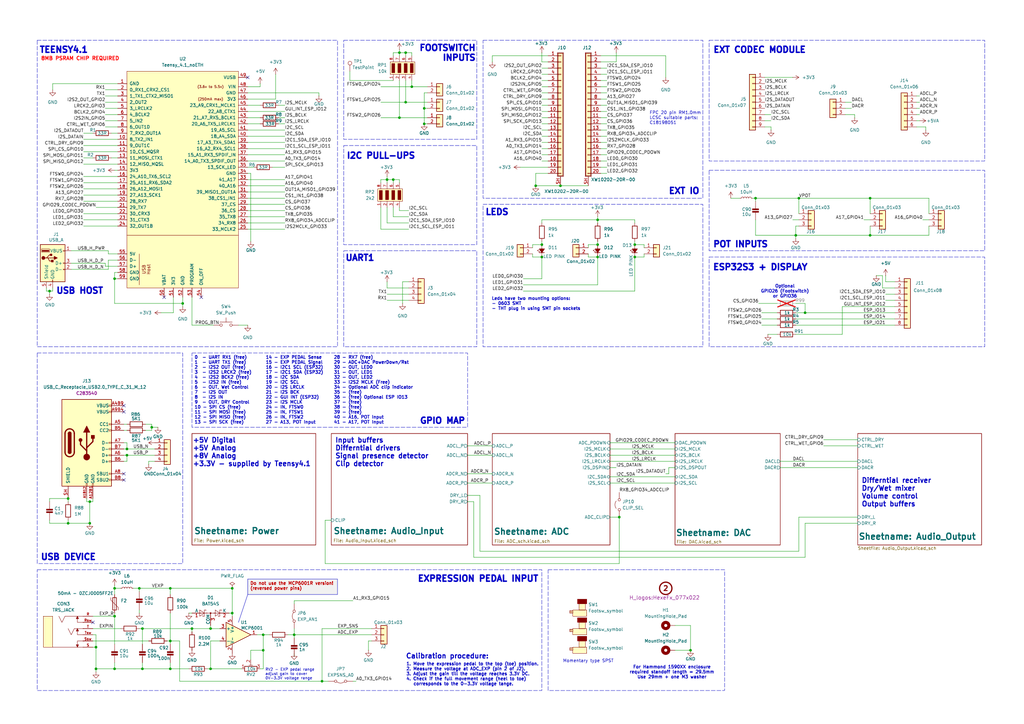
<source format=kicad_sch>
(kicad_sch (version 20231120) (generator "eeschema") (generator_version "8.0")
  (paper "A3")
  (title_block (title "TGX4 ") (date "2024-06-12") (rev "2.0") (company "www.hexefx.com") (comment 1 "Design: Piotr Zapart"))
  (junction (at 356.87 81.28))
  (junction (at 52.07 186.69))
  (junction (at 46.99 114.3))
  (junction (at 168.91 35.56))
  (junction (at 163.83 21.59))
  (junction (at 52.07 184.15))
  (junction (at 69.85 262.89))
  (junction (at 173.99 50.8))
  (junction (at 166.37 41.91))
  (junction (at 309.88 81.28))
  (junction (at 326.39 96.52))
  (junction (at 260.35 105.41))
  (junction (at 163.83 48.26))
  (junction (at 120.65 260.35))
  (junction (at 46.99 241.3))
  (junction (at 173.99 44.45))
  (junction (at 283.21 266.7))
  (junction (at 36.83 205.74))
  (junction (at 356.87 96.52))
  (junction (at 58.42 257.81))
  (junction (at 95.25 251.46))
  (junction (at 107.95 266.7))
  (junction (at 46.99 274.32))
  (junction (at 86.36 257.81))
  (junction (at 86.36 274.32))
  (junction (at 69.85 241.3))
  (junction (at 327.66 81.28))
  (junction (at 39.37 265.43))
  (junction (at 95.25 241.3))
  (junction (at 58.42 274.32))
  (junction (at 46.99 252.73))
  (junction (at 245.11 105.41))
  (junction (at 107.95 260.35))
  (junction (at 219.71 76.2))
  (junction (at 330.2 128.27))
  (junction (at 39.37 274.32))
  (junction (at 158.75 73.66))
  (junction (at 245.11 90.17))
  (junction (at 260.35 100.33))
  (junction (at 36.83 214.63))
  (junction (at 27.94 204.47))
  (junction (at 254 212.09))
  (junction (at 166.37 21.59))
  (junction (at 78.74 257.81))
  (junction (at 62.23 175.26))
  (junction (at 245.11 100.33))
  (junction (at 161.29 73.66))
  (junction (at 229.87 76.2))
  (junction (at 132.08 279.4))
  (junction (at 69.85 274.32))
  (junction (at 74.93 124.46))
  (junction (at 27.94 214.63))
  (junction (at 222.25 105.41))
  (junction (at 222.25 100.33))
  (junction (at 57.15 241.3))
  (junction (at 20.32 119.38))
  (no_connect (at 50.8 168.91))
  (no_connect (at 50.8 166.37))
  (no_connect (at 38.1 255.27))
  (no_connect (at 101.6 31.75))
  (no_connect (at 50.8 194.31))
  (no_connect (at 50.8 196.85))
  (no_connect (at 82.55 121.92))
  (no_connect (at 67.31 121.92))
  (wire (pts (xy 107.95 266.7) (xy 107.95 274.32)))
  (wire (pts (xy 377.19 46.99) (xy 375.92 46.99)))
  (wire (pts (xy 327.66 212.09) (xy 351.79 212.09)))
  (wire (pts (xy 309.88 96.52) (xy 309.88 90.17)))
  (wire (pts (xy 44.45 102.87) (xy 44.45 104.14)))
  (wire (pts (xy 114.3 43.18) (xy 116.84 43.18)))
  (wire (pts (xy 39.37 274.32) (xy 46.99 274.32)))
  (wire (pts (xy 311.15 124.46) (xy 318.77 124.46)))
  (wire (pts (xy 264.16 104.14) (xy 264.16 105.41)))
  (wire (pts (xy 19.05 118.11) (xy 19.05 119.38)))
  (wire (pts (xy 363.22 115.57) (xy 363.22 113.03)))
  (wire (pts (xy 252.73 21.59) (xy 252.73 25.4)))
  (wire (pts (xy 38.1 260.35) (xy 39.37 260.35)))
  (wire (pts (xy 191.77 205.74) (xy 194.31 205.74)))
  (wire (pts (xy 201.93 25.4) (xy 201.93 22.86)))
  (wire (pts (xy 120.65 246.38) (xy 120.65 247.65)))
  (wire (pts (xy 214.63 119.38) (xy 260.35 119.38)))
  (wire (pts (xy 166.37 21.59) (xy 168.91 21.59)))
  (wire (pts (xy 106.68 35.56) (xy 106.68 34.29)))
  (wire (pts (xy 143.51 33.02) (xy 161.29 33.02)))
  (wire (pts (xy 101.6 71.12) (xy 102.87 71.12)))
  (wire (pts (xy 69.85 241.3) (xy 95.25 241.3)))
  (wire (pts (xy 69.85 274.32) (xy 77.47 274.32)))
  (wire (pts (xy 58.42 271.78) (xy 58.42 274.32)))
  (wire (pts (xy 50.8 184.15) (xy 52.07 184.15)))
  (wire (pts (xy 330.2 124.46) (xy 330.2 128.27)))
  (wire (pts (xy 241.3 101.6) (xy 241.3 100.33)))
  (polyline (pts (xy 101.6 243.84) (xy 97.79 255.27)))
  (wire (pts (xy 101.6 58.42) (xy 116.84 58.42)))
  (wire (pts (xy 350.52 48.26) (xy 350.52 46.99)))
  (wire (pts (xy 38.1 205.74) (xy 38.1 204.47)))
  (wire (pts (xy 246.38 43.18) (xy 248.92 43.18)))
  (wire (pts (xy 101.6 83.82) (xy 116.84 83.82)))
  (wire (pts (xy 345.44 125.73) (xy 367.03 125.73)))
  (wire (pts (xy 29.21 110.49) (xy 44.45 110.49)))
  (wire (pts (xy 246.38 66.04) (xy 248.92 66.04)))
  (wire (pts (xy 222.25 53.34) (xy 224.79 53.34)))
  (wire (pts (xy 34.29 80.01) (xy 48.26 80.01)))
  (wire (pts (xy 118.11 260.35) (xy 120.65 260.35)))
  (wire (pts (xy 222.25 90.17) (xy 245.11 90.17)))
  (wire (pts (xy 326.39 96.52) (xy 309.88 96.52)))
  (wire (pts (xy 45.72 54.61) (xy 48.26 54.61)))
  (wire (pts (xy 93.98 251.46) (xy 95.25 251.46)))
  (wire (pts (xy 101.6 53.34) (xy 116.84 53.34)))
  (wire (pts (xy 218.44 104.14) (xy 218.44 105.41)))
  (wire (pts (xy 101.6 40.64) (xy 113.03 40.64)))
  (wire (pts (xy 19.05 119.38) (xy 20.32 119.38)))
  (wire (pts (xy 246.38 53.34) (xy 248.92 53.34)))
  (wire (pts (xy 133.35 231.14) (xy 254 231.14)))
  (wire (pts (xy 222.25 43.18) (xy 224.79 43.18)))
  (wire (pts (xy 246.38 71.12) (xy 248.92 71.12)))
  (wire (pts (xy 327.66 81.28) (xy 327.66 87.63)))
  (wire (pts (xy 377.19 44.45) (xy 375.92 44.45)))
  (wire (pts (xy 69.85 271.78) (xy 69.85 274.32)))
  (wire (pts (xy 168.91 35.56) (xy 168.91 33.02)))
  (wire (pts (xy 34.29 74.93) (xy 48.26 74.93)))
  (wire (pts (xy 158.75 73.66) (xy 158.75 74.93)))
  (wire (pts (xy 246.38 48.26) (xy 248.92 48.26)))
  (wire (pts (xy 161.29 21.59) (xy 163.83 21.59)))
  (wire (pts (xy 375.92 49.53) (xy 377.19 49.53)))
  (wire (pts (xy 85.09 274.32) (xy 86.36 274.32)))
  (wire (pts (xy 309.88 81.28) (xy 327.66 81.28)))
  (wire (pts (xy 250.19 191.77) (xy 252.73 191.77)))
  (wire (pts (xy 222.25 25.4) (xy 224.79 25.4)))
  (wire (pts (xy 48.26 109.22) (xy 43.18 109.22)))
  (wire (pts (xy 378.46 90.17) (xy 381 90.17)))
  (wire (pts (xy 173.99 44.45) (xy 173.99 38.1)))
  (wire (pts (xy 74.93 124.46) (xy 74.93 125.73)))
  (wire (pts (xy 308.61 81.28) (xy 309.88 81.28)))
  (wire (pts (xy 158.75 115.57) (xy 158.75 118.11)))
  (wire (pts (xy 46.99 241.3) (xy 49.53 241.3)))
  (wire (pts (xy 361.95 113.03) (xy 359.41 113.03)))
  (wire (pts (xy 27.94 214.63) (xy 36.83 214.63)))
  (wire (pts (xy 34.29 64.77) (xy 38.1 64.77)))
  (wire (pts (xy 101.6 63.5) (xy 116.84 63.5)))
  (wire (pts (xy 222.25 60.96) (xy 224.79 60.96)))
  (wire (pts (xy 241.3 104.14) (xy 241.3 105.41)))
  (wire (pts (xy 78.74 133.35) (xy 87.63 133.35)))
  (wire (pts (xy 222.25 105.41) (xy 222.25 114.3)))
  (wire (pts (xy 264.16 101.6) (xy 264.16 100.33)))
  (wire (pts (xy 34.29 90.17) (xy 48.26 90.17)))
  (wire (pts (xy 260.35 100.33) (xy 264.16 100.33)))
  (wire (pts (xy 166.37 33.02) (xy 166.37 41.91)))
  (wire (pts (xy 276.86 266.7) (xy 283.21 266.7)))
  (wire (pts (xy 222.25 58.42) (xy 224.79 58.42)))
  (wire (pts (xy 101.6 43.18) (xy 106.68 43.18)))
  (wire (pts (xy 158.75 123.19) (xy 167.64 123.19)))
  (wire (pts (xy 246.38 60.96) (xy 248.92 60.96)))
  (wire (pts (xy 95.25 241.3) (xy 95.25 251.46)))
  (wire (pts (xy 222.25 45.72) (xy 224.79 45.72)))
  (wire (pts (xy 151.13 266.7) (xy 151.13 262.89)))
  (wire (pts (xy 44.45 106.68) (xy 44.45 110.49)))
  (wire (pts (xy 46.99 252.73) (xy 46.99 251.46)))
  (wire (pts (xy 20.32 119.38) (xy 21.59 119.38)))
  (wire (pts (xy 156.21 73.66) (xy 156.21 74.93)))
  (wire (pts (xy 196.85 226.06) (xy 327.66 226.06)))
  (wire (pts (xy 46.99 274.32) (xy 58.42 274.32)))
  (wire (pts (xy 74.93 124.46) (xy 46.99 124.46)))
  (wire (pts (xy 120.65 269.24) (xy 120.65 267.97)))
  (wire (pts (xy 326.39 124.46) (xy 330.2 124.46)))
  (wire (pts (xy 156.21 35.56) (xy 168.91 35.56)))
  (wire (pts (xy 363.22 123.19) (xy 367.03 123.19)))
  (wire (pts (xy 246.38 63.5) (xy 248.92 63.5)))
  (wire (pts (xy 101.6 76.2) (xy 116.84 76.2)))
  (wire (pts (xy 43.18 39.37) (xy 48.26 39.37)))
  (wire (pts (xy 229.87 76.2) (xy 241.3 76.2)))
  (wire (pts (xy 250.19 195.58) (xy 276.86 195.58)))
  (wire (pts (xy 52.07 186.69) (xy 63.5 186.69)))
  (wire (pts (xy 101.6 38.1) (xy 130.81 38.1)))
  (wire (pts (xy 60.96 190.5) (xy 60.96 189.23)))
  (wire (pts (xy 222.25 90.17) (xy 222.25 91.44)))
  (wire (pts (xy 34.29 92.71) (xy 48.26 92.71)))
  (wire (pts (xy 43.18 49.53) (xy 48.26 49.53)))
  (wire (pts (xy 163.83 48.26) (xy 175.26 48.26)))
  (wire (pts (xy 101.6 81.28) (xy 116.84 81.28)))
  (wire (pts (xy 201.93 22.86) (xy 224.79 22.86)))
  (wire (pts (xy 354.33 90.17) (xy 356.87 90.17)))
  (wire (pts (xy 101.6 73.66) (xy 116.84 73.66)))
  (wire (pts (xy 246.38 45.72) (xy 248.92 45.72)))
  (wire (pts (xy 250.19 186.69) (xy 276.86 186.69)))
  (wire (pts (xy 316.23 52.07) (xy 313.69 52.07)))
  (wire (pts (xy 120.65 261.62) (xy 120.65 260.35)))
  (wire (pts (xy 46.99 111.76) (xy 48.26 111.76)))
  (wire (pts (xy 50.8 189.23) (xy 52.07 189.23)))
  (wire (pts (xy 43.18 46.99) (xy 48.26 46.99)))
  (wire (pts (xy 377.19 41.91) (xy 375.92 41.91)))
  (wire (pts (xy 166.37 21.59) (xy 166.37 22.86)))
  (wire (pts (xy 34.29 72.39) (xy 48.26 72.39)))
  (wire (pts (xy 173.99 50.8) (xy 173.99 44.45)))
  (wire (pts (xy 163.83 20.32) (xy 163.83 21.59)))
  (wire (pts (xy 74.93 121.92) (xy 74.93 124.46)))
  (wire (pts (xy 35.56 204.47) (xy 35.56 205.74)))
  (wire (pts (xy 101.6 48.26) (xy 106.68 48.26)))
  (wire (pts (xy 48.26 62.23) (xy 34.29 62.23)))
  (wire (pts (xy 46.99 114.3) (xy 48.26 114.3)))
  (wire (pts (xy 43.18 44.45) (xy 48.26 44.45)))
  (wire (pts (xy 48.26 34.29) (xy 21.59 34.29)))
  (wire (pts (xy 330.2 228.6) (xy 330.2 214.63)))
  (wire (pts (xy 168.91 21.59) (xy 168.91 22.86)))
  (wire (pts (xy 20.32 214.63) (xy 20.32 213.36)))
  (wire (pts (xy 132.08 257.81) (xy 152.4 257.81)))
  (wire (pts (xy 101.6 66.04) (xy 116.84 66.04)))
  (wire (pts (xy 99.06 274.32) (xy 86.36 274.32)))
  (wire (pts (xy 222.25 35.56) (xy 224.79 35.56)))
  (wire (pts (xy 101.6 93.98) (xy 116.84 93.98)))
  (wire (pts (xy 167.64 93.98) (xy 156.21 93.98)))
  (wire (pts (xy 143.51 33.02) (xy 143.51 29.21)))
  (wire (pts (xy 46.99 114.3) (xy 46.99 111.76)))
  (wire (pts (xy 245.11 90.17) (xy 245.11 91.44)))
  (wire (pts (xy 273.05 22.86) (xy 273.05 31.75)))
  (wire (pts (xy 246.38 22.86) (xy 273.05 22.86)))
  (wire (pts (xy 381 96.52) (xy 381 92.71)))
  (wire (pts (xy 246.38 55.88) (xy 248.92 55.88)))
  (wire (pts (xy 346.71 44.45) (xy 349.25 44.45)))
  (wire (pts (xy 43.18 109.22) (xy 43.18 107.95)))
  (wire (pts (xy 191.77 194.31) (xy 201.93 194.31)))
  (wire (pts (xy 52.07 184.15) (xy 52.07 181.61)))
  (wire (pts (xy 167.64 88.9) (xy 161.29 88.9)))
  (wire (pts (xy 356.87 96.52) (xy 381 96.52)))
  (wire (pts (xy 163.83 21.59) (xy 166.37 21.59)))
  (wire (pts (xy 222.25 63.5) (xy 224.79 63.5)))
  (wire (pts (xy 52.07 184.15) (xy 63.5 184.15)))
  (wire (pts (xy 167.64 91.44) (xy 158.75 91.44)))
  (wire (pts (xy 86.36 262.89) (xy 90.17 262.89)))
  (wire (pts (xy 312.42 133.35) (xy 318.77 133.35)))
  (wire (pts (xy 27.94 214.63) (xy 20.32 214.63)))
  (wire (pts (xy 161.29 73.66) (xy 158.75 73.66)))
  (wire (pts (xy 58.42 264.16) (xy 58.42 257.81)))
  (wire (pts (xy 95.25 252.73) (xy 95.25 251.46)))
  (wire (pts (xy 173.99 38.1) (xy 175.26 38.1)))
  (wire (pts (xy 111.76 68.58) (xy 116.84 68.58)))
  (wire (pts (xy 356.87 81.28) (xy 381 81.28)))
  (wire (pts (xy 161.29 88.9) (xy 161.29 85.09)))
  (wire (pts (xy 59.69 173.99) (xy 62.23 173.99)))
  (wire (pts (xy 77.47 251.46) (xy 78.74 251.46)))
  (wire (pts (xy 175.26 35.56) (xy 168.91 35.56)))
  (wire (pts (xy 135.89 213.36) (xy 133.35 213.36)))
  (wire (pts (xy 312.42 130.81) (xy 318.77 130.81)))
  (wire (pts (xy 73.66 279.4) (xy 132.08 279.4)))
  (wire (pts (xy 35.56 205.74) (xy 36.83 205.74)))
  (wire (pts (xy 69.85 241.3) (xy 69.85 243.84)))
  (wire (pts (xy 246.38 30.48) (xy 248.92 30.48)))
  (wire (pts (xy 312.42 128.27) (xy 318.77 128.27)))
  (wire (pts (xy 107.95 260.35) (xy 110.49 260.35)))
  (wire (pts (xy 106.68 274.32) (xy 107.95 274.32)))
  (wire (pts (xy 337.82 180.34) (xy 351.79 180.34)))
  (wire (pts (xy 130.81 39.37) (xy 130.81 38.1)))
  (wire (pts (xy 78.74 257.81) (xy 86.36 257.81)))
  (wire (pts (xy 62.23 176.53) (xy 62.23 175.26)))
  (wire (pts (xy 218.44 100.33) (xy 222.25 100.33)))
  (wire (pts (xy 250.19 181.61) (xy 276.86 181.61)))
  (wire (pts (xy 194.31 205.74) (xy 194.31 228.6)))
  (wire (pts (xy 222.25 50.8) (xy 224.79 50.8)))
  (wire (pts (xy 158.75 120.65) (xy 167.64 120.65)))
  (wire (pts (xy 274.32 191.77) (xy 274.32 194.31)))
  (wire (pts (xy 283.21 256.54) (xy 276.86 256.54)))
  (wire (pts (xy 214.63 116.84) (xy 245.11 116.84)))
  (wire (pts (xy 21.59 34.29) (xy 21.59 36.83)))
  (wire (pts (xy 86.36 262.89) (xy 86.36 274.32)))
  (wire (pts (xy 46.99 243.84) (xy 46.99 241.3)))
  (wire (pts (xy 218.44 105.41) (xy 222.25 105.41)))
  (wire (pts (xy 219.71 76.2) (xy 219.71 71.12)))
  (wire (pts (xy 194.31 228.6) (xy 330.2 228.6)))
  (wire (pts (xy 29.21 107.95) (xy 43.18 107.95)))
  (wire (pts (xy 167.64 86.36) (xy 163.83 86.36)))
  (wire (pts (xy 34.29 87.63) (xy 48.26 87.63)))
  (wire (pts (xy 222.25 99.06) (xy 222.25 100.33)))
  (wire (pts (xy 274.32 191.77) (xy 276.86 191.77)))
  (wire (pts (xy 222.25 48.26) (xy 224.79 48.26)))
  (wire (pts (xy 43.18 36.83) (xy 48.26 36.83)))
  (wire (pts (xy 68.58 262.89) (xy 69.85 262.89)))
  (wire (pts (xy 50.8 173.99) (xy 52.07 173.99)))
  (wire (pts (xy 356.87 96.52) (xy 356.87 92.71)))
  (wire (pts (xy 191.77 198.12) (xy 201.93 198.12)))
  (wire (pts (xy 105.41 260.35) (xy 107.95 260.35)))
  (wire (pts (xy 134.62 279.4) (xy 132.08 279.4)))
  (wire (pts (xy 101.6 78.74) (xy 116.84 78.74)))
  (wire (pts (xy 27.94 204.47) (xy 20.32 204.47)))
  (wire (pts (xy 222.25 55.88) (xy 224.79 55.88)))
  (wire (pts (xy 78.74 121.92) (xy 78.74 133.35)))
  (wire (pts (xy 43.18 41.91) (xy 48.26 41.91)))
  (wire (pts (xy 34.29 77.47) (xy 48.26 77.47)))
  (wire (pts (xy 39.37 265.43) (xy 39.37 274.32)))
  (wire (pts (xy 260.35 90.17) (xy 260.35 91.44)))
  (wire (pts (xy 39.37 275.59) (xy 39.37 274.32)))
  (wire (pts (xy 48.26 82.55) (xy 34.29 82.55)))
  (wire (pts (xy 120.65 260.35) (xy 152.4 260.35)))
  (wire (pts (xy 39.37 260.35) (xy 39.37 265.43)))
  (wire (pts (xy 245.11 90.17) (xy 260.35 90.17)))
  (wire (pts (xy 86.36 256.54) (xy 86.36 257.81)))
  (wire (pts (xy 246.38 58.42) (xy 248.92 58.42)))
  (wire (pts (xy 309.88 81.28) (xy 309.88 82.55)))
  (wire (pts (xy 161.29 22.86) (xy 161.29 21.59)))
  (wire (pts (xy 367.03 118.11) (xy 361.95 118.11)))
  (wire (pts (xy 158.75 91.44) (xy 158.75 85.09)))
  (wire (pts (xy 327.66 81.28) (xy 356.87 81.28)))
  (wire (pts (xy 222.25 38.1) (xy 224.79 38.1)))
  (wire (pts (xy 54.61 241.3) (xy 57.15 241.3)))
  (wire (pts (xy 241.3 105.41) (xy 245.11 105.41)))
  (wire (pts (xy 101.6 91.44) (xy 116.84 91.44)))
  (wire (pts (xy 325.12 90.17) (xy 327.66 90.17)))
  (wire (pts (xy 326.39 96.52) (xy 326.39 92.71)))
  (wire (pts (xy 46.99 124.46) (xy 46.99 114.3)))
  (wire (pts (xy 69.85 262.89) (xy 69.85 264.16)))
  (wire (pts (xy 36.83 205.74) (xy 38.1 205.74)))
  (wire (pts (xy 27.94 204.47) (xy 27.94 205.74)))
  (wire (pts (xy 337.82 182.88) (xy 351.79 182.88)))
  (wire (pts (xy 57.15 241.3) (xy 69.85 241.3)))
  (wire (pts (xy 218.44 101.6) (xy 218.44 100.33)))
  (wire (pts (xy 346.71 46.99) (xy 350.52 46.99)))
  (wire (pts (xy 86.36 257.81) (xy 90.17 257.81)))
  (wire (pts (xy 156.21 48.26) (xy 163.83 48.26)))
  (wire (pts (xy 246.38 50.8) (xy 248.92 50.8)))
  (wire (pts (xy 38.1 252.73) (xy 46.99 252.73)))
  (wire (pts (xy 325.12 31.75) (xy 313.69 31.75)))
  (wire (pts (xy 46.99 274.32) (xy 46.99 271.78)))
  (wire (pts (xy 273.05 194.31) (xy 274.32 194.31)))
  (wire (pts (xy 38.1 262.89) (xy 60.96 262.89)))
  (wire (pts (xy 245.11 88.9) (xy 245.11 90.17)))
  (wire (pts (xy 113.03 40.64) (xy 113.03 30.48)))
  (wire (pts (xy 260.35 119.38) (xy 260.35 105.41)))
  (wire (pts (xy 163.83 21.59) (xy 163.83 22.86)))
  (wire (pts (xy 213.36 68.58) (xy 224.79 68.58)))
  (wire (pts (xy 246.38 35.56) (xy 248.92 35.56)))
  (wire (pts (xy 163.83 74.93) (xy 163.83 73.66)))
  (wire (pts (xy 156.21 93.98) (xy 156.21 85.09)))
  (wire (pts (xy 20.32 120.65) (xy 20.32 119.38)))
  (wire (pts (xy 46.99 252.73) (xy 46.99 264.16)))
  (wire (pts (xy 163.83 86.36) (xy 163.83 85.09)))
  (wire (pts (xy 250.19 198.12) (xy 276.86 198.12)))
  (wire (pts (xy 250.19 189.23) (xy 276.86 189.23)))
  (wire (pts (xy 50.8 176.53) (xy 52.07 176.53)))
  (wire (pts (xy 57.15 241.3) (xy 57.15 242.57)))
  (wire (pts (xy 60.96 189.23) (xy 63.5 189.23)))
  (wire (pts (xy 326.39 96.52) (xy 356.87 96.52)))
  (wire (pts (xy 191.77 186.69) (xy 201.93 186.69)))
  (wire (pts (xy 58.42 257.81) (xy 57.15 257.81)))
  (wire (pts (xy 214.63 114.3) (xy 222.25 114.3)))
  (wire (pts (xy 132.08 279.4) (xy 132.08 257.81)))
  (wire (pts (xy 377.19 39.37) (xy 375.92 39.37)))
  (wire (pts (xy 44.45 104.14) (xy 48.26 104.14)))
  (wire (pts (xy 283.21 266.7) (xy 283.21 256.54)))
  (wire (pts (xy 78.74 257.81) (xy 78.74 259.08)))
  (wire (pts (xy 219.71 76.2) (xy 229.87 76.2)))
  (wire (pts (xy 116.84 55.88) (xy 101.6 55.88)))
  (wire (pts (xy 326.39 133.35) (xy 367.03 133.35)))
  (wire (pts (xy 21.59 119.38) (xy 21.59 118.11)))
  (wire (pts (xy 46.99 240.03) (xy 46.99 241.3)))
  (wire (pts (xy 161.29 73.66) (xy 161.29 74.93)))
  (wire (pts (xy 330.2 214.63) (xy 351.79 214.63)))
  (wire (pts (xy 316.23 53.34) (xy 316.23 52.07)))
  (wire (pts (xy 163.83 73.66) (xy 161.29 73.66)))
  (wire (pts (xy 97.79 133.35) (xy 101.6 133.35)))
  (wire (pts (xy 102.87 266.7) (xy 107.95 266.7)))
  (wire (pts (xy 375.92 52.07) (xy 379.73 52.07)))
  (wire (pts (xy 326.39 97.79) (xy 326.39 96.52)))
  (wire (pts (xy 314.96 137.16) (xy 318.77 137.16)))
  (wire (pts (xy 101.6 50.8) (xy 106.68 50.8)))
  (wire (pts (xy 246.38 27.94) (xy 248.92 27.94)))
  (wire (pts (xy 34.29 54.61) (xy 38.1 54.61)))
  (wire (pts (xy 114.3 48.26) (xy 116.84 48.26)))
  (wire (pts (xy 46.99 69.85) (xy 48.26 69.85)))
  (wire (pts (xy 120.65 257.81) (xy 120.65 260.35)))
  (wire (pts (xy 246.38 38.1) (xy 248.92 38.1)))
  (wire (pts (xy 196.85 203.2) (xy 196.85 226.06)))
  (wire (pts (xy 158.75 118.11) (xy 167.64 118.11)))
  (wire (pts (xy 158.75 72.39) (xy 158.75 73.66)))
  (wire (pts (xy 165.1 115.57) (xy 167.64 115.57)))
  (wire (pts (xy 326.39 92.71) (xy 327.66 92.71)))
  (wire (pts (xy 101.6 45.72) (xy 116.84 45.72)))
  (wire (pts (xy 222.25 21.59) (xy 222.25 25.4)))
  (wire (pts (xy 66.04 128.27) (xy 71.12 128.27)))
  (wire (pts (xy 101.6 88.9) (xy 116.84 88.9)))
  (wire (pts (xy 326.39 130.81) (xy 367.03 130.81)))
  (wire (pts (xy 34.29 67.31) (xy 48.26 67.31)))
  (wire (pts (xy 107.95 266.7) (xy 107.95 260.35)))
  (wire (pts (xy 48.26 64.77) (xy 45.72 64.77)))
  (wire (pts (xy 101.6 68.58) (xy 104.14 68.58)))
  (wire (pts (xy 73.66 279.4) (xy 73.66 262.89)))
  (wire (pts (xy 330.2 128.27) (xy 367.03 128.27)))
  (wire (pts (xy 50.8 186.69) (xy 52.07 186.69)))
  (wire (pts (xy 260.35 99.06) (xy 260.35 100.33)))
  (wire (pts (xy 245.11 116.84) (xy 245.11 105.41)))
  (wire (pts (xy 245.11 99.06) (xy 245.11 100.33)))
  (wire (pts (xy 313.69 49.53) (xy 316.23 49.53)))
  (wire (pts (xy 361.95 118.11) (xy 361.95 113.03)))
  (wire (pts (xy 156.21 41.91) (xy 166.37 41.91)))
  (wire (pts (xy 166.37 41.91) (xy 175.26 41.91)))
  (wire (pts (xy 59.69 176.53) (xy 62.23 176.53)))
  (wire (pts (xy 346.71 41.91) (xy 349.25 41.91)))
  (wire (pts (xy 69.85 262.89) (xy 69.85 251.46)))
  (wire (pts (xy 313.69 46.99) (xy 316.23 46.99)))
  (wire (pts (xy 163.83 33.02) (xy 163.83 48.26)))
  (wire (pts (xy 48.26 59.69) (xy 34.29 59.69)))
  (wire (pts (xy 222.25 40.64) (xy 224.79 40.64)))
  (wire (pts (xy 102.87 71.12) (xy 102.87 99.06)))
  (wire (pts (xy 57.15 250.19) (xy 57.15 251.46)))
  (wire (pts (xy 191.77 203.2) (xy 196.85 203.2)))
  (wire (pts (xy 20.32 204.47) (xy 20.32 205.74)))
  (wire (pts (xy 241.3 100.33) (xy 245.11 100.33)))
  (wire (pts (xy 102.87 266.7) (xy 102.87 270.51)))
  (wire (pts (xy 173.99 50.8) (xy 175.26 50.8)))
  (wire (pts (xy 345.44 137.16) (xy 345.44 125.73)))
  (wire (pts (xy 254 231.14) (xy 254 212.09)))
  (wire (pts (xy 379.73 53.34) (xy 379.73 52.07)))
  (wire (pts (xy 320.04 191.77) (xy 351.79 191.77)))
  (wire (pts (xy 69.85 262.89) (xy 73.66 262.89)))
  (wire (pts (xy 326.39 128.27) (xy 330.2 128.27)))
  (wire (pts (xy 222.25 30.48) (xy 224.79 30.48)))
  (wire (pts (xy 356.87 81.28) (xy 356.87 87.63)))
  (wire (pts (xy 222.25 33.02) (xy 224.79 33.02)))
  (wire (pts (xy 367.03 115.57) (xy 363.22 115.57)))
  (wire (pts (xy 151.13 262.89) (xy 152.4 262.89)))
  (wire (pts (xy 71.12 128.27) (xy 71.12 121.92)))
  (wire (pts (xy 29.21 102.87) (xy 44.45 102.87)))
  (wire (pts (xy 246.38 40.64) (xy 248.92 40.64)))
  (wire (pts (xy 101.6 86.36) (xy 116.84 86.36)))
  (wire (pts (xy 144.78 246.38) (xy 120.65 246.38)))
  (wire (pts (xy 381 81.28) (xy 381 87.63)))
  (wire (pts (xy 101.6 60.96) (xy 116.84 60.96)))
  (wire (pts (xy 34.29 57.15) (xy 48.26 57.15)))
  (wire (pts (xy 219.71 71.12) (xy 224.79 71.12)))
  (wire (pts (xy 165.1 115.57) (xy 165.1 124.46)))
  (wire (pts (xy 62.23 175.26) (xy 62.23 173.99)))
  (wire (pts (xy 48.26 85.09) (xy 39.37 85.09)))
  (wire (pts (xy 36.83 205.74) (xy 36.83 214.63)))
  (wire (pts (xy 326.39 137.16) (xy 345.44 137.16)))
  (wire (pts (xy 222.25 66.04) (xy 224.79 66.04)))
  (wire (pts (xy 191.77 182.88) (xy 201.93 182.88)))
  (wire (pts (xy 58.42 257.81) (xy 78.74 257.81)))
  (wire (pts (xy 38.1 257.81) (xy 49.53 257.81)))
  (wire (pts (xy 246.38 25.4) (xy 252.73 25.4)))
  (wire (pts (xy 58.42 274.32) (xy 69.85 274.32)))
  (wire (pts (xy 320.04 189.23) (xy 351.79 189.23)))
  (wire (pts (xy 222.25 27.94) (xy 224.79 27.94)))
  (wire (pts (xy 50.8 181.61) (xy 52.07 181.61)))
  (wire (pts (xy 52.07 186.69) (xy 52.07 189.23)))
  (wire (pts (xy 27.94 214.63) (xy 27.94 213.36)))
  (wire (pts (xy 260.35 105.41) (xy 264.16 105.41)))
  (wire (pts (xy 250.19 184.15) (xy 276.86 184.15)))
  (wire (pts (xy 144.78 279.4) (xy 146.05 279.4)))
  (wire (pts (xy 363.22 120.65) (xy 367.03 120.65)))
  (wire (pts (xy 39.37 265.43) (xy 38.1 265.43)))
  (wire (pts (xy 254 212.09) (xy 250.19 212.09)))
  (wire (pts (xy 48.26 106.68) (xy 44.45 106.68)))
  (wire (pts (xy 246.38 68.58) (xy 248.92 68.58)))
  (wire (pts (xy 133.35 213.36) (xy 133.35 231.14)))
  (wire (pts (xy 327.66 226.06) (xy 327.66 212.09)))
  (wire (pts (xy 62.23 175.26) (xy 64.77 175.26)))
  (wire (pts (xy 101.6 35.56) (xy 106.68 35.56)))
  (wire (pts (xy 43.18 52.07) (xy 48.26 52.07)))
  (wire (pts (xy 299.72 81.28) (xy 303.53 81.28)))
  (wire (pts (xy 114.3 50.8) (xy 116.84 50.8)))
  (wire (pts (xy 173.99 44.45) (xy 175.26 44.45)))
  (wire (pts (xy 246.38 33.02) (xy 248.92 33.02)))
  (wire (pts (xy 158.75 73.66) (xy 156.21 73.66)))
  (rectangle (start 224.79 233.68) (end 297.18 283.21) (stroke (width 0) (type dash)))
  (rectangle (start 290.83 16.51) (end 403.86 66.04) (stroke (width 0) (type dash)))
  (rectangle (start 140.97 16.51) (end 195.58 57.15) (stroke (width 0) (type dash)))
  (rectangle (start 198.12 16.51) (end 288.29 81.28) (stroke (width 0) (type dash)))
  (rectangle (start 140.97 102.87) (end 195.58 142.24) (stroke (width 0) (type dash)))
  (rectangle (start 290.83 105.41) (end 403.86 142.24) (stroke (width 0) (type dash)))
  (rectangle (start 140.97 59.69) (end 195.58 100.33) (stroke (width 0) (type dash)))
  (rectangle (start 15.24 16.51) (end 138.43 142.24) (stroke (width 0) (type dash)))
  (rectangle (start 198.12 83.82) (end 288.29 142.24) (stroke (width 0) (type dash)))
  (rectangle (start 15.24 233.68) (end 222.25 283.21) (stroke (width 0) (type dash)))
  (rectangle (start 15.24 144.78) (end 74.93 231.14) (stroke (width 0) (type dash)))
  (rectangle (start 290.83 69.85) (end 403.86 102.87) (stroke (width 0) (type dash)))
  (rectangle (start 78.74 144.78) (end 191.77 175.26) (stroke (width 0) (type dash)))
  (text_box "+5V Digital\n+5V Analog\n+8V Analog\n+3.3V - supplied by Teensy4.1" (at 77.47 177.8 0) (size 52.07 19.05) (stroke (width -0.0001)) (effects (font (size 2 2) (thickness 0.4) (bold yes)) (justify left top)))
  (text_box "0  - UART RX1 (free)\n1  - UART TX1 (free)\n2  - I2S2 OUT (free)\n3  - I2S2 LRCK2 (free)\n4  - I2S2 BCK2 (free)\n5  - I2S2 IN (free)\n6  - OUT, Wet Control\n7  - I2S OUT\n8  - I2S IN\n9  - OUT, DRY Control\n10 - SPI CS (free)\n11 - SPI MOSI (free)\n12 - SPI MISO (free)\n13 - SPI SCK (free)\n" (at 78.74 144.78 0) (size 27.94 31.75) (stroke (width -0.0001)) (effects (font (size 1.27 1.27) (bold yes)) (justify left top)))
  (text_box "14 - EXP PEDAL Sense\n15 - EXP PEDAL Signal\n16 - I2C1 SCL (ESP32)\n17 - I2C1 SDA (ESP32)\n18 - I2C SDA\n19 - I2C SCL\n20 - I2S LRCLK\n21 - I2S BCK\n22 - GUI INT (ESP32)\n23 - I2S MCLK\n24 - IN, FTSW0\n25 - IN, FTSW1\n26 - IN, FTSW2\n27 - A13, POT Input" (at 107.95 144.78 0) (size 27.94 31.75) (stroke (width -0.0001)) (effects (font (size 1.27 1.27) (bold yes)) (justify left top)))
  (text_box "Do not use the MCP6001R version!\n(reversed power pins)" (at 101.6 237.49 0) (size 36.83 6.35) (fill (type color) (color 194 194 194 0.23)) (effects (font (size 1.27 1.27) (thickness 0.254) (bold yes)) (justify left top)))
  (text_box "Input buffers \nDifferntial drivers\nSignal presence detector\nClip detector" (at 135.89 177.8 0) (size 52.07 19.05) (stroke (width -0.0001)) (effects (font (size 2 2) (thickness 0.4) (bold yes)) (justify left top)))
  (text_box "Leds have two mounting options:\n- 0603 SMT\n- THT plug in using SMT pin sockets" (at 200.66 120.65 0) (size 40.64 11.43) (stroke (width -0.0001)) (effects (font (size 1.27 1.27) (bold yes)) (justify left top)))
  (text_box "Optional\nGPIO26 (Footswitch) or GPIO36" (at 309.88 115.57 0) (size 24.13 3.81) (stroke (width -0.0001)) (effects (font (size 1.27 1.27) (bold yes)) (justify top)))
  (text_box "FPC 20 pin RM1.0mm\nLCSC suitable parts:\nC18198051" (at 265.43 44.45 0) (size 24.13 19.05) (stroke (width -0.0001)) (effects (font (size 1.27 1.27)) (justify left top)))
  (text_box "28 - RX7 (free)\n29 - ADC+DAC PowerDown/Rst\n30 - OUT, LED0\n31 - OUT, LED1\n32 - OUT, LED2\n33 - I2S2 MCLK (Free)\n34 - Optional ADC clip indicator\n35 - (free)\n36 - (free) Optional ESP IO13\n37 - (free)\n38 - (free)\n39 - (free)\n40 - A16, POT Input\n41 - A17, POT Input" (at 135.89 144.78 0) (size 35.56 30.48) (stroke (width -0.0001)) (effects (font (size 1.27 1.27) (bold yes)) (justify left top)))
  (text_box "RV2 - EXP pedal range\nadjust gain to cover \n0V-3.3V voltage range" (at 107.95 273.05 0) (size 25.4 7.62) (stroke (width -0.0001)) (effects (font (size 1.1 1.1)) (justify left top)))
  (text_box "1. Move the expression pedal to the top (toe) position.\n2. Measure the voltage at ADC_EXP (pin 2 of J2).\n3. Adjust the gain till the voltage reaches 3.3V DC.\n4. Check if the full movement range (heel to toe) \n   corresponds to the 0-3.3V voltage tange." (at 165.608 270.51 0) (size 57.15 12.7) (stroke (width -0.0001)) (effects (font (size 1.27 1.27) (thickness 0.254) (bold yes)) (justify left top)))
  (text_box "Momentary type SPST" (at 229.87 269.24 0) (size 22.86 5.08) (stroke (width -0.0001)) (effects (font (size 1.27 1.27)) (justify top)))
  (text_box "Differntial receiver\nDry/Wet mixer\nVolume control\nOutput buffers" (at 351.79 194.31 0) (size 41.91 19.05) (stroke (width -0.0001)) (effects (font (size 2 2) (thickness 0.4) (bold yes)) (justify left top)))
  (text_box "For Hammond 1590XX enclosure\nrequired standoff length = 29.5mm\nUse 29mm + one M3 washer" (at 254 271.78 0) (size 43.18 8.89) (stroke (width -0.0001)) (effects (font (size 1.27 1.27) (bold yes)) (justify top)))
  (text "POT INPUTS" (at 315.214 100.33 0) (effects (font (size 2.5 2.5) (thickness 0.6) (bold yes)) (justify right)))
  (text "Calibration procedure:" (at 166.37 269.24 0) (effects (font (size 2 2) (thickness 0.4) (bold yes)) (justify left)))
  (text "TEENSY4.1" (at 16.002 20.574 0) (effects (font (size 2.5 2.5) (thickness 0.6) (bold yes)) (justify left)))
  (text "GPIO MAP" (at 191.008 172.72 0) (effects (font (size 2.5 2.5) (thickness 0.6) (bold yes)) (justify right)))
  (text "USB HOST" (at 22.86 119.38 0) (effects (font (size 2.5 2.5) (thickness 0.6) (bold yes)) (justify left)))
  (text "I2C PULL-UPS" (at 141.986 64.008 0) (effects (font (size 2.5 2.5) (thickness 0.6) (bold yes)) (justify left)))
  (text "EXPRESSION PEDAL INPUT" (at 196.088 237.49 0) (effects (font (size 2.5 2.5) (thickness 0.6) (bold yes))))
  (text "LEDS" (at 198.882 87.122 0) (effects (font (size 2.5 2.5) (thickness 0.6) (bold yes)) (justify left)))
  (text "EXT IO" (at 274.066 78.486 0) (effects (font (size 2.5 2.5) (thickness 0.6) (bold yes)) (justify left)))
  (text "ESP32S3 + DISPLAY" (at 331.47 109.728 0) (effects (font (size 2.5 2.5) (thickness 0.6) (bold yes)) (justify right)))
  (text "8MB PSRAM CHIP REQUIRED" (at 16.764 24.13 0) (effects (font (size 1.5 1.5) (thickness 0.3) (bold yes)) (justify left)))
  (text "UART1" (at 141.478 105.918 0) (effects (font (size 2.5 2.5) (thickness 0.6) (bold yes)) (justify left)))
  (text "USB DEVICE" (at 16.51 228.6 0) (effects (font (size 2.5 2.5) (thickness 0.6) (bold yes)) (justify left)))
  (text "EXT CODEC MODULE" (at 292.354 20.574 0) (effects (font (size 2.5 2.5) (thickness 0.6) (bold yes)) (justify left)))
  (text "FOOTSWITCH\nINPUTS" (at 195.326 21.844 0) (effects (font (size 2.5 2.5) (thickness 0.6) (bold yes)) (justify right)))
  (label "OUT1A_MISO1_GPIO39" (at 248.92 43.18 0))
  (label "I2C1_SCL_ESP_IO11" (at 116.84 60.96 0))
  (label "I2S_MCLK" (at 116.84 43.18 0))
  (label "CS_GPIO37" (at 116.84 83.82 0))
  (label "CTRL_DRY_GPIO9" (at 34.29 59.69 180))
  (label "I2C1_SCL_ESP_IO11" (at 363.22 123.19 180))
  (label "I2S2MCLK_GPIO33" (at 116.84 93.98 0))
  (label "FTSW1_GPIO25" (at 312.42 130.81 180))
  (label "SPI_CS_GPIO10" (at 222.25 43.18 180))
  (label "USB_H_D_N" (at 31.75 110.49 0))
  (label "I2S_MCLK" (at 259.08 184.15 0))
  (label "USB_H_D_P" (at 31.75 107.95 0))
  (label "I2S2_OUT_GPIO2" (at 222.25 27.94 180))
  (label "A16_GPIO40" (at 378.46 90.17 180))
  (label "A16_GPIO40" (at 222.25 66.04 180))
  (label "CTRL_WET_GPIO6" (at 222.25 38.1 180))
  (label "RX8_GPIO34_ADCCLIP" (at 254 201.93 0))
  (label "SPI_SCK_GPIO13" (at 116.84 68.58 0))
  (label "USB_N" (at 54.61 184.15 0))
  (label "ADCL_P" (at 377.19 39.37 0))
  (label "I2S_LRCLK" (at 259.08 189.23 0))
  (label "I2C1_SDA_ESP_IO10" (at 363.22 120.65 180))
  (label "I2S2IN_GPIO5" (at 222.25 35.56 180))
  (label "FTSW2_GPIO26" (at 248.92 38.1 0))
  (label "I2C_SDA" (at 167.64 88.9 0))
  (label "ADCL_P" (at 194.31 182.88 0))
  (label "RX7_GPIO28" (at 34.29 82.55 180))
  (label "I2S_DATAOUT" (at 273.05 194.31 180))
  (label "FTSW0_GPIO24" (at 312.42 133.35 180))
  (label "VPOT" (at 327.66 81.28 0))
  (label "ESP_IO21" (at 363.22 133.35 180))
  (label "I2C_SCL" (at 167.64 86.36 0))
  (label "ADCL_N" (at 377.19 41.91 0))
  (label "RX1" (at 158.75 123.19 180))
  (label "A1_RX3_GPIO15" (at 116.84 63.5 0))
  (label "RX8_GPIO34_ADCCLIP" (at 116.84 91.44 0))
  (label "OUT1A_MISO1_GPIO39" (at 116.84 78.74 0))
  (label "I2S_BCLK" (at 116.84 48.26 0))
  (label "FTSW2_GPIO26" (at 312.42 128.27 180))
  (label "FTSW1_GPIO25" (at 34.29 74.93 180))
  (label "PROG_BTN" (at 80.01 133.35 0))
  (label "ESP_IO13" (at 363.22 128.27 180))
  (label "I2S_MCLK" (at 313.69 34.29 0))
  (label "FTSW0_GPIO24" (at 34.29 72.39 180))
  (label "DACL" (at 349.25 41.91 0))
  (label "A17_GPIO41" (at 222.25 63.5 180))
  (label "CS1_IN1_GPIO38" (at 248.92 45.72 0))
  (label "LED0_GPIO30" (at 248.92 66.04 0))
  (label "SPI_MOSI_GPIO11" (at 222.25 45.72 180))
  (label "FTSW0_GPIO24" (at 248.92 33.02 0))
  (label "A0_TX3_GPIO14" (at 146.05 279.4 0))
  (label "CS_GPIO36" (at 311.15 124.46 180))
  (label "LRCK2_GPIO3" (at 43.18 44.45 180))
  (label "CS1_IN1_GPIO38" (at 116.84 81.28 0))
  (label "DACR" (at 349.25 44.45 0))
  (label "GPIO29_CODEC_PDOWN" (at 39.37 85.09 180))
  (label "EXPIN" (at 40.64 257.81 0))
  (label "ADCR_P" (at 193.04 198.12 0))
  (label "FTSW1_GPIO25" (at 156.21 41.91 180))
  (label "FTSW1_GPIO25" (at 248.92 35.56 0))
  (label "CTRL_DRY_GPIO9" (at 337.82 180.34 180))
  (label "ADCL_N" (at 194.31 186.69 0))
  (label "TX8_GPIO35" (at 248.92 53.34 0))
  (label "A17_GPIO41" (at 116.84 73.66 0))
  (label "I2S_BCLK" (at 259.08 186.69 0))
  (label "EXP_SNS" (at 138.43 257.81 0))
  (label "RX1" (at 43.18 36.83 180))
  (label "LED1_GPIO31" (at 34.29 90.17 180))
  (label "I2C1_SCL_ESP_IO11" (at 248.92 30.48 0))
  (label "LED0_GPIO30" (at 34.29 87.63 180))
  (label "SPI_MOSI_GPIO11" (at 34.29 64.77 180))
  (label "CTRL_DRY_GPIO9" (at 222.25 40.64 180))
  (label "FTSW2_GPIO26" (at 34.29 77.47 180))
  (label "LED1_GPIO31" (at 214.63 116.84 180))
  (label "SPI_SCK_GPIO13" (at 222.25 50.8 180))
  (label "CTRL_WET_GPIO6" (at 337.82 182.88 180))
  (label "A1_RX3_GPIO15" (at 222.25 58.42 180))
  (label "ADCR_N" (at 193.04 194.31 0))
  (label "USB_H_PWR" (at 31.75 102.87 0))
  (label "I2S2MCLK_GPIO33" (at 248.92 58.42 0))
  (label "DACL" (at 325.12 189.23 0))
  (label "A13_GPIO27" (at 248.92 40.64 0))
  (label "FTSW0_GPIO24" (at 156.21 35.56 180))
  (label "CTRL_WET_GPIO6" (at 43.18 52.07 180))
  (label "I2C_SCL" (at 116.84 53.34 0))
  (label "I2S2_OUT_GPIO2" (at 43.18 41.91 180))
  (label "I2C1_SCL_ESP_IO11" (at 167.64 93.98 0))
  (label "A17_GPIO41" (at 354.33 90.17 180))
  (label "RX8_GPIO34_ADCCLIP" (at 248.92 55.88 0))
  (label "A1_RX3_GPIO15" (at 144.78 246.38 0))
  (label "VEXP" (at 62.23 241.3 0))
  (label "I2C_SDA" (at 116.84 55.88 0))
  (label "I2S_LRCLK" (at 313.69 39.37 0))
  (label "I2S_LRCLK" (at 116.84 50.8 0))
  (label "GUI_INT_ESP_IO12" (at 116.84 45.72 0))
  (label "I2C_SCL" (at 316.23 46.99 0))
  (label "A0_TX3_GPIO14" (at 116.84 66.04 0))
  (label "I2S2IN_GPIO5" (at 43.18 49.53 180))
  (label "ADCR_N" (at 377.19 44.45 0))
  (label "I2C_SDA" (at 316.23 49.53 0))
  (label "CS_GPIO36" (at 116.84 86.36 0))
  (label "TX8_GPIO35" (at 116.84 88.9 0))
  (label "I2S_DATAIN" (at 313.69 44.45 0))
  (label "USB_P" (at 54.61 186.69 0))
  (label "TX1" (at 158.75 120.65 180))
  (label "SPI_MISO_GPIO12" (at 34.29 67.31 180))
  (label "CS_GPIO36" (at 248.92 50.8 0))
  (label "RX7_GPIO28" (at 248.92 60.96 0))
  (label "I2S_DATAIN" (at 34.29 57.15 180))
  (label "LED2_GPIO32" (at 34.29 92.71 180))
  (label "BCLK2_GPIO4" (at 43.18 46.99 180))
  (label "LED0_GPIO30" (at 214.63 114.3 180))
  (label "I2C_SDA" (at 252.73 195.58 0))
  (label "GUI_INT_ESP_IO12" (at 363.22 125.73 180))
  (label "LED2_GPIO32" (at 248.92 71.12 0))
  (label "BCLK2_GPIO4" (at 222.25 33.02 180))
  (label "I2C1_SDA_ESP_IO10" (at 116.84 58.42 0))
  (label "I2C_SCL" (at 222.25 53.34 180))
  (label "I2C1_SDA_ESP_IO10" (at 248.92 27.94 0))
  (label "I2S_DATAOUT" (at 34.29 54.61 180))
  (label "LED1_GPIO31" (at 248.92 68.58 0))
  (label "ADC_EXP" (at 138.43 260.35 0))
  (label "DACR" (at 325.12 191.77 0))
  (label "ESP_IO14" (at 363.22 130.81 180))
  (label "I2S_DATAIN" (at 252.73 191.77 0))
  (label "A13_GPIO27" (at 325.12 90.17 180))
  (label "CS_GPIO37" (at 248.92 48.26 0))
  (label "I2C_SCL" (at 252.73 198.12 0))
  (label "EXP_R" (at 40.64 252.73 0))
  (label "I2S_BCLK" (at 313.69 36.83 0))
  (label "A13_GPIO27" (at 34.29 80.01 180))
  (label "SPI_CS_GPIO10" (at 34.29 62.23 180))
  (label "TX1" (at 43.18 39.37 180))
  (label "LRCK2_GPIO3" (at 222.25 30.48 180))
  (label "LED2_GPIO32" (at 214.63 119.38 180))
  (label "A16_GPIO40" (at 116.84 76.2 0))
  (label "GPIO29_CODEC_PDOWN" (at 274.32 181.61 180))
  (label "I2C1_SDA_ESP_IO10" (at 167.64 91.44 0))
  (label "ADCR_P" (at 377.19 46.99 0))
  (label "SPI_MISO_GPIO12" (at 222.25 48.26 180))
  (label "GPIO29_CODEC_PDOWN" (at 248.92 63.5 0))
  (label "A0_TX3_GPIO14" (at 222.25 60.96 180))
  (label "I2S_DATAOUT" (at 313.69 41.91 0))
  (label "FTSW2_GPIO26" (at 156.21 48.26 180))
  (label "I2C_SDA" (at 222.25 55.88 180))
  (symbol (lib_id "power:GND") (at 77.47 251.46 0) (unit 1)
    (property "Reference" "#PWR0117" (effects (hide yes)))
    (property "Value" "GND" (at 77.47 255.524 0))
    (property "Description" "Power symbol creates a global label with name \"GND\" , ground" (effects (hide yes)))
  )
  (symbol (lib_id "Device:L_Small") (at 52.07 241.3 270) (mirror x) (unit 1)
    (property "Reference" "L6" (at 52.07 236.22 90))
    (property "Value" "10uH" (at 52.07 238.76 90))
    (property "Footprint" "H_smd_passives:Hx_L_0805_2012Metric" (effects (hide yes)))
  )
  (symbol (lib_id "Connector_Generic:Conn_01x02") (at 180.34 41.91 0) (unit 1)
    (property "Reference" "J7" (at 182.88 41.9099 0) (effects (justify left)))
    (property "Value" "Conn_01x02" (at 182.88 44.4499 0) (effects (justify left)))
    (property "Footprint" "Connector_JST:JST_XA_B02B-XASK-1_1x02_P2.50mm_Vertical" (effects (hide yes)))
  )
  (symbol (lib_id "Switch:SW_Push") (at 92.71 133.35 0) (unit 1)
    (property "Reference" "SW4" (at 92.71 125.73 0))
    (property "Value" "SW_Push" (at 92.71 128.27 0))
    (property "Footprint" "Button_Switch_THT:SW_Tactile_SPST_Angled_PTS645Vx83-2LFS" (effects (hide yes)))
    (property "Description" "Push button switch, generic, two pins" (effects (hide yes)))
  )
  (symbol (lib_id "Device:R") (at 81.28 274.32 90) (unit 1)
    (property "Reference" "R93" (at 81.28 276.606 90))
    (property "Value" "10k" (at 81.534 274.32 90))
    (property "Footprint" "H_smd_passives:Hx_R_0805_2012Metric" (effects (hide yes)))
    (property "Description" "Resistor" (effects (hide yes)))
  )
  (symbol (lib_id "Device:R") (at 114.3 260.35 90) (unit 1)
    (property "Reference" "R94" (at 114.3 262.636 90))
    (property "Value" "1k" (at 114.3 264.414 90))
    (property "Footprint" "H_smd_passives:Hx_R_0805_2012Metric" (effects (hide yes)))
    (property "Description" "Resistor" (effects (hide yes)))
  )
  (symbol (lib_id "Device:R") (at 69.85 247.65 180) (unit 1)
    (property "Reference" "R90" (at 72.39 246.3799 0) (effects (justify right)))
    (property "Value" "100k" (at 72.39 248.9199 0) (effects (justify right)))
    (property "Footprint" "H_smd_passives:Hx_R_0805_2012Metric" (effects (hide yes)))
    (property "Description" "Resistor" (effects (hide yes)))
  )
  (symbol (lib_id "Connector_Generic:Conn_01x04") (at 172.72 118.11 0) (unit 1)
    (property "Reference" "J3" (at 175.26 118.1099 0) (effects (justify left)))
    (property "Value" "Conn_01x04" (at 175.26 120.6499 0) (effects (justify left)))
    (property "Footprint" "Connector_PinHeader_2.54mm:PinHeader_1x04_P2.54mm_Vertical" (effects (hide yes)))
    (property "Description" "Generic connector, single row, 01x04, script generated (kicad-library-utils/schlib/autogen/connector/)" (effects (hide yes)))
  )
  (symbol (lib_id "power:+5V") (at 63.5 181.61 90) (unit 1)
    (property "Reference" "#PWR0129" (effects (hide yes)))
    (property "Value" "+5V" (at 62.484 179.832 90) (effects (justify left)))
    (property "Description" "Power symbol creates a global label with name \"+5V\"" (effects (hide yes)))
  )
  (symbol (lib_id "Connector_Generic:Conn_01x02") (at 236.22 101.6 0) (mirror y) (unit 1) (exclude_from_sim yes) (in_bom no)
    (property "Reference" "J20" (at 237.744 98.806 0) (effects (justify left)))
    (property "Value" "Conn_01x02" (at 244.094 107.188 0) (effects (justify left)))
    (property "Footprint" "Connector_PinSocket_2.54mm:PinSocket_1x02_P2.54mm_Vertical_SMD_Pin1Left" (effects (hide yes)))
  )
  (symbol (lib_id "power:+5VA") (at 377.19 49.53 270) (mirror x) (unit 1)
    (property "Reference" "#PWR0113" (effects (hide yes)))
    (property "Value" "+5VA" (at 379.984 49.53 90) (effects (justify left)))
    (property "Description" "Power symbol creates a global label with name \"+5VA\"" (effects (hide yes)))
  )
  (symbol (lib_id "Device:R") (at 322.58 128.27 270) (unit 1)
    (property "Reference" "R3" (at 326.39 127 90))
    (property "Value" "1k" (at 322.834 128.27 90))
    (property "Footprint" "H_smd_passives:Hx_R_0805_2012Metric" (effects (hide yes)))
    (property "Description" "Resistor" (effects (hide yes)))
  )
  (symbol (lib_id "H_passives:R_PACK4_SMD") (at 165.1 80.01 90) (unit 1)
    (property "Reference" "RP2" (at 153.67 78.7399 90) (effects (justify left)))
    (property "Value" "2k2" (at 153.67 81.2799 90) (effects (justify left)))
    (property "Footprint" "H_smd_passives:R_Array_Convex_4x0603" (effects (hide yes)))
  )
  (symbol (lib_id "H_passives:R_PACK4_SMD") (at 170.18 27.94 90) (unit 1)
    (property "Reference" "RP1" (at 158.75 26.6699 90) (effects (justify left)))
    (property "Value" "10k" (at 158.75 29.2099 90) (effects (justify left)))
    (property "Footprint" "H_smd_passives:R_Array_Convex_4x0603" (effects (hide yes)))
  )
  (symbol (lib_id "Device:R") (at 27.94 209.55 180) (unit 1)
    (property "Reference" "R88" (at 30.48 208.2799 0) (effects (justify right)))
    (property "Value" "1M" (at 30.48 210.8199 0) (effects (justify right)))
    (property "Footprint" "H_smd_passives:Hx_R_0805_2012Metric" (effects (hide yes)))
    (property "Description" "Resistor" (effects (hide yes)))
  )
  (symbol (lib_id "Connector_Generic:Conn_01x02") (at 269.24 101.6 0) (unit 1) (exclude_from_sim yes) (in_bom no)
    (property "Reference" "J21" (at 271.78 101.5999 0) (effects (justify left)))
    (property "Value" "Conn_01x02" (at 271.78 104.1399 0) (effects (justify left)))
    (property "Footprint" "Connector_PinSocket_2.54mm:PinSocket_1x02_P2.54mm_Vertical_SMD_Pin1Left" (effects (hide yes)))
  )
  (symbol (lib_id "power:GND") (at 20.32 120.65 0) (unit 1)
    (property "Reference" "#PWR01" (effects (hide yes)))
    (property "Value" "GND" (at 20.447 125.0442 0))
    (property "Description" "Power symbol creates a global label with name \"GND\" , ground" (effects (hide yes)))
  )
  (symbol (lib_id "H_connectors:USB_C_Receptacle_USB2.0_TYPE_C_31_M_12") (at 35.56 181.61 0) (unit 1)
    (property "Reference" "J13" (at 35.56 156.21 0))
    (property "Value" "USB_C_Receptacle_USB2.0_TYPE_C_31_M_12" (at 38.862 158.75 0))
    (property "Footprint" "H_conn:USB_C_TYPE-C-31-M-12" (effects (hide yes)))
    (property "Datasheet" "https://datasheet.lcsc.com/lcsc/2108131730_Korean-Hroparts-Elec-TYPE-C-31-M-12_C165948.pdf" (effects (hide yes)))
    (property "Description" "USB 2.0-only Type-C Receptacle connector" (effects (hide yes)))
    (property "LCSC" "C283540" (at 35.56 161.29 0))
  )
  (symbol (lib_id "power:GND") (at 273.05 31.75 0) (unit 1)
    (property "Reference" "#PWR023" (effects (hide yes)))
    (property "Value" "GND" (at 273.05 36.83 0))
    (property "Description" "Power symbol creates a global label with name \"GND\" , ground" (effects (hide yes)))
  )
  (symbol (lib_id "Diode:BAT54S") (at 86.36 251.46 0) (unit 1)
    (property "Reference" "D1" (at 86.36 245.11 0))
    (property "Value" "BAT54S" (at 86.36 247.65 0))
    (property "Footprint" "H_SOT:SOT-23" (effects (hide yes)))
    (property "Datasheet" "https://www.diodes.com/assets/Datasheets/ds11005.pdf" (effects (hide yes)))
    (property "Description" "Vr 30V, If 200mA, Dual schottky barrier diode, in series, SOT-323" (effects (hide yes)))
  )
  (symbol (lib_id "Connector_Generic:Conn_01x03") (at 386.08 90.17 0) (unit 1)
    (property "Reference" "J18" (at 385.826 94.996 0))
    (property "Value" "Conn_01x03" (at 387.858 85.09 0))
    (property "Footprint" "Connector_JST:JST_XA_B03B-XASK-1_1x03_P2.50mm_Vertical" (effects (hide yes)))
    (property "Description" "Generic connector, single row, 01x03, script generated (kicad-library-utils/schlib/autogen/connector/)" (effects (hide yes)))
  )
  (symbol (lib_id "power:+3.3V") (at 163.83 20.32 0) (unit 1)
    (property "Reference" "#PWR014" (effects (hide yes)))
    (property "Value" "+3V3" (at 167.132 18.034 0))
    (property "Description" "Power symbol creates a global label with name \"+3.3V\"" (effects (hide yes)))
  )
  (symbol (lib_id "Device:R") (at 222.25 95.25 180) (unit 1)
    (property "Reference" "R95" (at 224.79 93.9799 0) (effects (justify right)))
    (property "Value" "1k" (at 224.79 96.5199 0) (effects (justify right)))
    (property "Footprint" "H_smd_passives:Hx_R_0805_2012Metric" (effects (hide yes)))
    (property "Description" "Resistor" (effects (hide yes)))
  )
  (symbol (lib_id "power:GND") (at 201.93 25.4 0) (unit 1)
    (property "Reference" "#PWR018" (effects (hide yes)))
    (property "Value" "GND" (at 201.93 30.48 0))
    (property "Description" "Power symbol creates a global label with name \"GND\" , ground" (effects (hide yes)))
  )
  (symbol (lib_id "power:GND") (at 60.96 190.5 0) (unit 1)
    (property "Reference" "#PWR0111" (effects (hide yes)))
    (property "Value" "GND" (at 60.96 194.31 0))
    (property "Description" "Power symbol creates a global label with name \"GND\" , ground" (effects (hide yes)))
  )
  (symbol (lib_id "power:GND") (at 379.73 53.34 0) (unit 1)
    (property "Reference" "#PWR0112" (effects (hide yes)))
    (property "Value" "GND" (at 379.73 58.42 0))
    (property "Description" "Power symbol creates a global label with name \"GND\" , ground" (effects (hide yes)))
  )
  (symbol (lib_id "power:GND") (at 21.59 36.83 0) (unit 1)
    (property "Reference" "#PWR02" (effects (hide yes)))
    (property "Value" "GND" (at 21.59 41.91 0))
    (property "Description" "Power symbol creates a global label with name \"GND\" , ground" (effects (hide yes)))
  )
  (symbol (lib_id "Device:R") (at 41.91 54.61 90) (unit 1)
    (property "Reference" "R1" (at 38.1 53.34 90))
    (property "Value" "33R" (at 41.91 54.61 90))
    (property "Footprint" "H_smd_passives:Hx_R_0805_2012Metric" (effects (hide yes)))
    (property "Description" "Resistor" (effects (hide yes)))
  )
  (symbol (lib_id "power:GND") (at 95.25 267.97 0) (unit 1)
    (property "Reference" "#PWR09" (effects (hide yes)))
    (property "Value" "GND" (at 95.25 271.78 0))
    (property "Description" "Power symbol creates a global label with name \"GND\" , ground" (effects (hide yes)))
  )
  (symbol (lib_id "Jumper:Jumper_2_Open") (at 254 207.01 90) (unit 1) (exclude_from_sim yes) (in_bom no)
    (property "Reference" "JP10" (at 255.27 205.7399 90) (effects (justify right)))
    (property "Value" "CLIP_SEL" (at 255.27 208.2799 90) (effects (justify right)))
    (property "Footprint" "H_switches:PCB_jumper_2" (effects (hide yes)))
    (property "Description" "Jumper, 2-pole, open" (effects (hide yes)))
  )
  (symbol (lib_id "power:GND") (at 326.39 97.79 0) (unit 1)
    (property "Reference" "#PWR0114" (effects (hide yes)))
    (property "Value" "GND" (at 326.39 101.6 0))
    (property "Description" "Power symbol creates a global label with name \"GND\" , ground" (effects (hide yes)))
  )
  (symbol (lib_id "Device:R") (at 53.34 257.81 90) (unit 1)
    (property "Reference" "R92" (at 53.34 260.096 90))
    (property "Value" "1k" (at 53.34 261.874 90))
    (property "Footprint" "H_smd_passives:Hx_R_0805_2012Metric" (effects (hide yes)))
    (property "Description" "Resistor" (effects (hide yes)))
  )
  (symbol (lib_id "Connector_Generic:Conn_01x02") (at 180.34 48.26 0) (unit 1)
    (property "Reference" "J8" (at 182.88 48.2599 0) (effects (justify left)))
    (property "Value" "Conn_01x02" (at 182.88 50.7999 0) (effects (justify left)))
    (property "Footprint" "Connector_JST:JST_XA_B02B-XASK-1_1x02_P2.50mm_Vertical" (effects (hide yes)))
  )
  (symbol (lib_id "power:+3.3V") (at 252.73 21.59 0) (unit 1)
    (property "Reference" "#PWR022" (effects (hide yes)))
    (property "Value" "+3V3" (at 252.476 17.78 0))
    (property "Description" "Power symbol creates a global label with name \"+3.3V\"" (effects (hide yes)))
  )
  (symbol (lib_id "Device:LED_Small_Filled") (at 245.11 102.87 90) (unit 1)
    (property "Reference" "D12" (at 247.65 101.5364 90) (effects (justify right)))
    (property "Value" "LED PINK" (at 245.618 105.156 90) (effects (justify right)))
    (property "Footprint" "LED_SMD:LED_0603_1608Metric" (effects (hide yes)))
    (property "Description" "Light emitting diode, small symbol, filled shape" (effects (hide yes)))
  )
  (symbol (lib_id "power:PWR_FLAG") (at 95.25 241.3 0) (unit 1)
    (property "Reference" "#FLG07" (effects (hide yes)))
    (property "Value" "PWR_FLAG" (at 95.25 236.22 0))
    (property "Description" "Special symbol for telling ERC where power comes from" (effects (hide yes)))
  )
  (symbol (lib_id "Device:R") (at 322.58 137.16 270) (unit 1)
    (property "Reference" "R91" (at 327.66 135.89 90))
    (property "Value" "10k" (at 322.834 137.16 90))
    (property "Footprint" "H_smd_passives:Hx_R_0805_2012Metric" (effects (hide yes)))
    (property "Description" "Resistor" (effects (hide yes)))
  )
  (symbol (lib_id "power:GND") (at 316.23 53.34 0) (unit 1)
    (property "Reference" "#PWR012" (effects (hide yes)))
    (property "Value" "GND" (at 316.23 58.42 0))
    (property "Description" "Power symbol creates a global label with name \"GND\" , ground" (effects (hide yes)))
  )
  (symbol (lib_id "power:+3.3V") (at 245.11 88.9 0) (unit 1)
    (property "Reference" "#PWR0121" (effects (hide yes)))
    (property "Value" "+3V3" (at 244.856 85.09 0))
    (property "Description" "Power symbol creates a global label with name \"+3.3V\"" (effects (hide yes)))
  )
  (symbol (lib_id "power:+3.3V") (at 46.99 69.85 90) (unit 1)
    (property "Reference" "#PWR05" (effects (hide yes)))
    (property "Value" "+3V3" (at 43.18 69.8499 90) (effects (justify left)))
    (property "Description" "Power symbol creates a global label with name \"+3.3V\"" (effects (hide yes)))
  )
  (symbol (lib_id "power:GND") (at 314.96 137.16 0) (unit 1)
    (property "Reference" "#PWR0131" (effects (hide yes)))
    (property "Value" "GND" (at 314.96 140.97 0))
    (property "Description" "Power symbol creates a global label with name \"GND\" , ground" (effects (hide yes)))
  )
  (symbol (lib_id "Connector_Generic:Conn_01x03") (at 332.74 90.17 0) (unit 1)
    (property "Reference" "J16" (at 332.486 94.996 0))
    (property "Value" "Conn_01x03" (at 334.518 85.09 0))
    (property "Footprint" "Connector_JST:JST_XA_B03B-XASK-1_1x03_P2.50mm_Vertical" (effects (hide yes)))
    (property "Description" "Generic connector, single row, 01x03, script generated (kicad-library-utils/schlib/autogen/connector/)" (effects (hide yes)))
  )
  (symbol (lib_id "H_dev_kits:Teensy_4.1_noETH") (at 74.93 90.17 0) (unit 1)
    (property "Reference" "U2" (at 74.93 24.13 0))
    (property "Value" "Teensy_4.1_noETH" (at 74.93 26.67 0))
    (property "Footprint" "H_dev_kits:Teensy41_noETH" (effects (hide yes)))
  )
  (symbol (lib_id "H_passives:CAP_NP") (at 120.65 265.43 0) (unit 1)
    (property "Reference" "C95" (at 122.6312 264.4648 0) (effects (justify left)))
    (property "Value" "1n" (at 122.6312 266.3952 0) (effects (justify left)))
    (property "Footprint" "H_smd_passives:Hx_C_0805_2012Metric" (effects (hide yes)))
  )
  (symbol (lib_id "H_passives:CAP_NP") (at 46.99 267.97 0) (unit 1)
    (property "Reference" "C91" (at 48.9712 267.0048 0) (effects (justify left)))
    (property "Value" "10u" (at 48.9712 268.9352 0) (effects (justify left)))
    (property "Footprint" "H_smd_passives:Hx_C_0805_2012Metric" (effects (hide yes)))
  )
  (symbol (lib_id "power:GND") (at 130.81 39.37 0) (unit 1)
    (property "Reference" "#PWR0102" (effects (hide yes)))
    (property "Value" "GND" (at 130.81 42.672 0))
    (property "Description" "Power symbol creates a global label with name \"GND\" , ground" (effects (hide yes)))
  )
  (symbol (lib_id "Device:R") (at 107.95 68.58 90) (unit 1)
    (property "Reference" "R6" (at 103.378 67.564 90))
    (property "Value" "33R" (at 107.95 68.58 90))
    (property "Footprint" "H_smd_passives:Hx_R_0805_2012Metric" (effects (hide yes)))
    (property "Description" "Resistor" (effects (hide yes)))
  )
  (symbol (lib_id "power:GND") (at 151.13 266.7 0) (unit 1)
    (property "Reference" "#PWR07" (effects (hide yes)))
    (property "Value" "GND" (at 151.13 270.764 0))
    (property "Description" "Power symbol creates a global label with name \"GND\" , ground" (effects (hide yes)))
  )
  (symbol (lib_id "Device:R") (at 322.58 133.35 270) (unit 1)
    (property "Reference" "R5" (at 326.39 132.08 90))
    (property "Value" "1k" (at 322.834 133.35 90))
    (property "Footprint" "H_smd_passives:Hx_R_0805_2012Metric" (effects (hide yes)))
    (property "Description" "Resistor" (effects (hide yes)))
  )
  (symbol (lib_id "Connector_Generic_Shielded:Conn_01x20_Shielded") (at 229.87 45.72 0) (unit 1)
    (property "Reference" "J10" (at 228.6 19.558 0) (effects (justify left)))
    (property "Value" "XW10202-20R-00" (at 223.266 78.486 0) (effects (justify left)))
    (property "Footprint" "H_conn:HCTL_XW10202-20R-00 _1x20-1MP_P1.00mm_Horizontal" (effects (hide yes)))
    (property "Description" "Generic shielded connector, single row, 01x20, script generated (kicad-library-utils/schlib/autogen/connector/)" (effects (hide yes)))
  )
  (symbol (lib_id "power:GND") (at 39.37 275.59 0) (unit 1)
    (property "Reference" "#PWR06" (effects (hide yes)))
    (property "Value" "GND" (at 39.37 279.654 0))
    (property "Description" "Power symbol creates a global label with name \"GND\" , ground" (effects (hide yes)))
  )
  (symbol (lib_id "Device:R") (at 64.77 262.89 90) (unit 1)
    (property "Reference" "R89" (at 64.516 259.08 90))
    (property "Value" "10k" (at 64.77 260.858 90))
    (property "Footprint" "H_smd_passives:Hx_R_0805_2012Metric" (effects (hide yes)))
    (property "Description" "Resistor" (effects (hide yes)))
  )
  (symbol (lib_id "Device:R") (at 322.58 130.81 270) (unit 1)
    (property "Reference" "R4" (at 326.39 129.54 90))
    (property "Value" "1k" (at 322.834 130.81 90))
    (property "Footprint" "H_smd_passives:Hx_R_0805_2012Metric" (effects (hide yes)))
    (property "Description" "Resistor" (effects (hide yes)))
  )
  (symbol (lib_id "power:GND") (at 219.71 76.2 0) (unit 1)
    (property "Reference" "#PWR020" (effects (hide yes)))
    (property "Value" "GND" (at 219.71 79.756 0))
    (property "Description" "Power symbol creates a global label with name \"GND\" , ground" (effects (hide yes)))
  )
  (symbol (lib_id "power:GND") (at 173.99 50.8 0) (unit 1)
    (property "Reference" "#PWR015" (effects (hide yes)))
    (property "Value" "GND" (at 173.99 54.61 0))
    (property "Description" "Power symbol creates a global label with name \"GND\" , ground" (effects (hide yes)))
  )
  (symbol (lib_id "H_passives:CAP_NP") (at 57.15 246.38 0) (unit 1)
    (property "Reference" "C96" (at 59.1312 245.4148 0) (effects (justify left)))
    (property "Value" "10u" (at 59.1312 247.3452 0) (effects (justify left)))
    (property "Footprint" "H_smd_passives:Hx_C_0805_2012Metric" (effects (hide yes)))
  )
  (symbol (lib_id "Connector:USB_A") (at 21.59 107.95 0) (unit 1)
    (property "Reference" "J1" (at 23.0378 96.0882 0))
    (property "Value" "USB_A" (at 23.0378 98.3996 0))
    (property "Footprint" "Connector_USB:USB_A_Molex_67643_Horizontal" (effects (hide yes)))
    (property "Datasheet" " ~" (effects (hide yes)))
  )
  (symbol (lib_id "Connector_Generic:Conn_01x03") (at 361.95 90.17 0) (unit 1)
    (property "Reference" "J17" (at 361.696 94.996 0))
    (property "Value" "Conn_01x03" (at 363.728 85.09 0))
    (property "Footprint" "Connector_JST:JST_XA_B03B-XASK-1_1x03_P2.50mm_Vertical" (effects (hide yes)))
    (property "Description" "Generic connector, single row, 01x03, script generated (kicad-library-utils/schlib/autogen/connector/)" (effects (hide yes)))
  )
  (symbol (lib_id "power:GND") (at 350.52 48.26 0) (unit 1)
    (property "Reference" "#PWR013" (effects (hide yes)))
    (property "Value" "GND" (at 350.52 53.34 0))
    (property "Description" "Power symbol creates a global label with name \"GND\" , ground" (effects (hide yes)))
  )
  (symbol (lib_id "power:GND") (at 120.65 267.97 0) (unit 1)
    (property "Reference" "#PWR0118" (effects (hide yes)))
    (property "Value" "GND" (at 120.65 272.034 0))
    (property "Description" "Power symbol creates a global label with name \"GND\" , ground" (effects (hide yes)))
  )
  (symbol (lib_id "H_Symbols:Footsw_symbol") (at 238.76 262.89 0) (unit 1) (in_bom no)
    (property "Reference" "SW3" (at 241.3 263.2074 0) (effects (justify left)))
    (property "Value" "Footsw_symbol" (at 241.3 265.7474 0) (effects (justify left)))
    (property "Footprint" "H_symbols:FootswitchTopView" (effects (hide yes)))
    (property "Description" "Footswitch as external component" (effects (hide yes)))
  )
  (symbol (lib_id "Jumper:Jumper_2_Bridged") (at 139.7 279.4 0) (mirror x) (unit 1) (exclude_from_sim yes) (in_bom no)
    (property "Reference" "JP7" (at 139.7 274.32 0))
    (property "Value" "EXPSNS_A0" (at 139.7 276.86 0))
    (property "Footprint" "H_switches:PCB_jumper_2_closed" (effects (hide yes)))
    (property "Description" "Jumper, 2-pole, closed/bridged" (effects (hide yes)))
  )
  (symbol (lib_id "Connector_Generic:Conn_01x04") (at 68.58 184.15 0) (unit 1)
    (property "Reference" "J4" (at 67.818 192.278 0))
    (property "Value" "Conn_01x04" (at 68.58 194.31 0))
    (property "Footprint" "Connector_JST:JST_XA_B04B-XASK-1_1x04_P2.50mm_Vertical" (effects (hide yes)))
    (property "Description" "Generic connector, single row, 01x04, script generated (kicad-library-utils/schlib/autogen/connector/)" (effects (hide yes)))
  )
  (symbol (lib_id "power:+3.3V") (at 213.36 68.58 90) (unit 1)
    (property "Reference" "#PWR019" (effects (hide yes)))
    (property "Value" "+3V3" (at 209.55 68.5799 90) (effects (justify left)))
    (property "Description" "Power symbol creates a global label with name \"+3.3V\"" (effects (hide yes)))
  )
  (symbol (lib_id "power:GND") (at 359.41 113.03 0) (unit 1)
    (property "Reference" "#PWR0104" (effects (hide yes)))
    (property "Value" "GND" (at 359.41 116.586 0))
    (property "Description" "Power symbol creates a global label with name \"GND\" , ground" (effects (hide yes)))
  )
  (symbol (lib_id "Mechanical:MountingHole_Pad") (at 274.32 266.7 90) (unit 1) (exclude_from_sim yes) (in_bom no)
    (property "Reference" "H2" (at 273.05 260.35 90))
    (property "Value" "MountingHole_Pad" (at 273.05 262.89 90))
    (property "Footprint" "MountingHole:MountingHole_3.2mm_M3_Pad_Via" (effects (hide yes)))
    (property "Description" "Mounting Hole with connection" (effects (hide yes)))
  )
  (symbol (lib_id "H_Symbols:Detail2") (at 273.05 241.3 0) (unit 1) (in_bom no)
    (property "Reference" "S2" (effects (hide yes)))
    (property "Value" "Detail2" (effects (hide yes)))
    (property "Footprint" "H_logos:HexeFx_077x022" (at 272.542 245.11 0) (effects (font (size 1.524 1.524))))
  )
  (symbol (lib_id "Mechanical:MountingHole_Pad") (at 274.32 256.54 90) (unit 1) (exclude_from_sim yes) (in_bom no)
    (property "Reference" "H1" (at 273.05 250.19 90))
    (property "Value" "MountingHole_Pad" (at 273.05 252.73 90))
    (property "Footprint" "MountingHole:MountingHole_3.2mm_M3_Pad_Via" (effects (hide yes)))
    (property "Description" "Mounting Hole with connection" (effects (hide yes)))
  )
  (symbol (lib_id "Device:R") (at 41.91 64.77 90) (unit 1)
    (property "Reference" "R2" (at 37.084 63.5 90))
    (property "Value" "33R" (at 41.91 64.77 90))
    (property "Footprint" "H_smd_passives:Hx_R_0805_2012Metric" (effects (hide yes)))
    (property "Description" "Resistor" (effects (hide yes)))
  )
  (symbol (lib_id "power:GND") (at 74.93 125.73 0) (unit 1)
    (property "Reference" "#PWR04" (effects (hide yes)))
    (property "Value" "GND" (at 74.93 130.81 0))
    (property "Description" "Power symbol creates a global label with name \"GND\" , ground" (effects (hide yes)))
  )
  (symbol (lib_id "Device:R") (at 322.58 124.46 270) (unit 1) (dnp yes)
    (property "Reference" "R99" (at 328.168 123.19 90))
    (property "Value" "1k" (at 322.834 124.46 90))
    (property "Footprint" "H_smd_passives:Hx_R_0805_2012Metric" (effects (hide yes)))
    (property "Description" "Resistor" (effects (hide yes)))
  )
  (symbol (lib_id "power:+3.3V") (at 299.72 81.28 0) (unit 1)
    (property "Reference" "#PWR0115" (effects (hide yes)))
    (property "Value" "+3V3" (at 299.72 76.2 0))
    (property "Description" "Power symbol creates a global label with name \"+3.3V\"" (effects (hide yes)))
  )
  (symbol (lib_id "Connector_Generic:Conn_01x06") (at 370.84 44.45 0) (mirror y) (unit 1) (in_bom no)
    (property "Reference" "J14" (at 370.84 33.02 0))
    (property "Value" "Conn_01x06" (at 370.84 35.56 0))
    (property "Footprint" "Connector_PinSocket_2.00mm:PinSocket_1x06_P2.00mm_Vertical" (effects (hide yes)))
    (property "Description" "Generic connector, single row, 01x06, script generated (kicad-library-utils/schlib/autogen/connector/)" (effects (hide yes)))
  )
  (symbol (lib_id "H_Symbols:Footsw_symbol") (at 238.76 247.65 0) (unit 1) (in_bom no)
    (property "Reference" "SW1" (at 241.3 247.9674 0) (effects (justify left)))
    (property "Value" "Footsw_symbol" (at 241.3 250.5074 0) (effects (justify left)))
    (property "Footprint" "H_symbols:FootswitchTopView" (effects (hide yes)))
    (property "Description" "Footswitch as external component" (effects (hide yes)))
  )
  (symbol (lib_id "Device:Polyfuse") (at 46.99 247.65 180) (unit 1)
    (property "Reference" "F2" (at 49.53 246.3799 0) (effects (justify right)))
    (property "Value" "50mA - 0ZCJ0005FF2E" (at 23.622 243.332 0) (effects (justify right)))
    (property "Footprint" "H_Fuses:Fuse_1206_3216Metric" (effects (hide yes)))
    (property "Description" "Resettable fuse, polymeric positive temperature coefficient" (effects (hide yes)))
  )
  (symbol (lib_id "power:+3.3V") (at 158.75 72.39 0) (unit 1)
    (property "Reference" "#PWR0105" (effects (hide yes)))
    (property "Value" "+3V3" (at 158.496 68.58 0))
    (property "Description" "Power symbol creates a global label with name \"+3.3V\"" (effects (hide yes)))
  )
  (symbol (lib_id "Device:LED_Small_Filled") (at 260.35 102.87 90) (unit 1)
    (property "Reference" "D13" (at 255.27 100.584 90) (effects (justify right)))
    (property "Value" "LED PINK" (at 258.826 104.394 0) (effects (justify right)))
    (property "Footprint" "LED_SMD:LED_0603_1608Metric" (effects (hide yes)))
    (property "Description" "Light emitting diode, small symbol, filled shape" (effects (hide yes)))
  )
  (symbol (lib_id "Device:L_Small") (at 306.07 81.28 270) (mirror x) (unit 1)
    (property "Reference" "L5" (at 306.07 76.2 90))
    (property "Value" "10uH" (at 306.07 78.74 90))
    (property "Footprint" "H_smd_passives:Hx_L_0805_2012Metric" (effects (hide yes)))
  )
  (symbol (lib_id "Amplifier_Operational:MCP6001-OT") (at 97.79 260.35 0) (unit 1)
    (property "Reference" "U1" (at 100.076 255.27 0))
    (property "Value" "MCP6001" (at 103.378 257.556 0))
    (property "Footprint" "Package_TO_SOT_SMD:SOT-23-5" (effects (hide yes)))
    (property "Datasheet" "http://ww1.microchip.com/downloads/en/DeviceDoc/21733j.pdf" (effects (hide yes)))
    (property "Description" "1MHz, Low-Power Op Amp, SOT-23-5" (effects (hide yes)))
  )
  (symbol (lib_id "Device:R") (at 55.88 176.53 90) (unit 1)
    (property "Reference" "R87" (at 55.88 178.816 90))
    (property "Value" "5K1" (at 55.88 180.594 90))
    (property "Footprint" "H_smd_passives:Hx_R_0805_2012Metric" (effects (hide yes)))
    (property "Description" "Resistor" (effects (hide yes)))
  )
  (symbol (lib_id "power:+3.3V") (at 325.12 31.75 270) (unit 1)
    (property "Reference" "#PWR0110" (effects (hide yes)))
    (property "Value" "+3V3" (at 328.93 31.7499 90) (effects (justify left)))
    (property "Description" "Power symbol creates a global label with name \"+3.3V\"" (effects (hide yes)))
  )
  (symbol (lib_id "H_passives:CAP_NP") (at 58.42 267.97 0) (unit 1)
    (property "Reference" "C94" (at 60.4012 267.0048 0) (effects (justify left)))
    (property "Value" "100n" (at 60.4012 268.9352 0) (effects (justify left)))
    (property "Footprint" "H_smd_passives:Hx_C_0805_2012Metric" (effects (hide yes)))
  )
  (symbol (lib_id "Device:R") (at 110.49 43.18 270) (unit 1)
    (property "Reference" "R7" (at 114.3 41.91 90))
    (property "Value" "33R" (at 110.49 43.18 90))
    (property "Footprint" "H_smd_passives:Hx_R_0805_2012Metric" (effects (hide yes)))
    (property "Description" "Resistor" (effects (hide yes)))
  )
  (symbol (lib_id "Connector_Generic:Conn_01x03") (at 157.48 260.35 0) (unit 1)
    (property "Reference" "J2" (at 157.226 265.176 0))
    (property "Value" "Conn_01x03" (at 159.258 255.27 0))
    (property "Footprint" "Connector_JST:JST_XA_B03B-XASK-1_1x03_P2.50mm_Vertical" (effects (hide yes)))
    (property "Description" "Generic connector, single row, 01x03, script generated (kicad-library-utils/schlib/autogen/connector/)" (effects (hide yes)))
  )
  (symbol (lib_id "power:GND") (at 64.77 175.26 0) (unit 1)
    (property "Reference" "#PWR0108" (effects (hide yes)))
    (property "Value" "GND" (at 64.77 179.07 0))
    (property "Description" "Power symbol creates a global label with name \"GND\" , ground" (effects (hide yes)))
  )
  (symbol (lib_id "Connector_Generic:Conn_01x09") (at 308.61 41.91 0) (mirror y) (unit 1) (in_bom no)
    (property "Reference" "J5" (at 306.07 40.6399 0) (effects (justify left)))
    (property "Value" "Conn_01x07" (at 306.07 43.1799 0) (effects (justify left)))
    (property "Footprint" "Connector_PinSocket_2.00mm:PinSocket_1x09_P2.00mm_Vertical" (effects (hide yes)))
    (property "Description" "Generic connector, single row, 01x09, script generated (kicad-library-utils/schlib/autogen/connector/)" (effects (hide yes)))
  )
  (symbol (lib_id "power:+5V") (at 106.68 34.29 0) (unit 1)
    (property "Reference" "#PWR010" (effects (hide yes)))
    (property "Value" "+5V" (at 106.68 29.21 0))
    (property "Description" "Power symbol creates a global label with name \"+5V\"" (effects (hide yes)))
  )
  (symbol (lib_id "power:+3.3V") (at 113.03 30.48 0) (unit 1)
    (property "Reference" "#PWR011" (effects (hide yes)))
    (property "Value" "+3V3" (at 113.03 25.4 0))
    (property "Description" "Power symbol creates a global label with name \"+3.3V\"" (effects (hide yes)))
  )
  (symbol (lib_id "Device:LED_Small_Filled") (at 222.25 102.87 90) (unit 1)
    (property "Reference" "D11" (at 224.79 101.5364 90) (effects (justify right)))
    (property "Value" "LED PINK" (at 222.758 105.156 90) (effects (justify right)))
    (property "Footprint" "LED_SMD:LED_0603_1608Metric" (effects (hide yes)))
    (property "Description" "Light emitting diode, small symbol, filled shape" (effects (hide yes)))
  )
  (symbol (lib_id "H_passives:CAP_NP") (at 20.32 209.55 0) (unit 1)
    (property "Reference" "C1" (at 22.3012 208.5848 0) (effects (justify left)))
    (property "Value" "4n7" (at 22.3012 210.5152 0) (effects (justify left)))
    (property "Footprint" "H_smd_passives:Hx_C_0805_2012Metric" (effects (hide yes)))
  )
  (symbol (lib_id "Connector_Generic:Conn_01x02") (at 213.36 101.6 0) (mirror y) (unit 1) (exclude_from_sim yes) (in_bom no)
    (property "Reference" "J19" (at 210.82 101.5999 0) (effects (justify left)))
    (property "Value" "Conn_01x02" (at 210.82 104.1399 0) (effects (justify left)))
    (property "Footprint" "Connector_PinSocket_2.54mm:PinSocket_1x02_P2.54mm_Vertical_SMD_Pin1Left" (effects (hide yes)))
  )
  (symbol (lib_id "power:GND") (at 283.21 266.7 0) (unit 1)
    (property "Reference" "#PWR03" (effects (hide yes)))
    (property "Value" "GND" (at 283.21 270.256 0))
    (property "Description" "Power symbol creates a global label with name \"GND\" , ground" (effects (hide yes)))
  )
  (symbol (lib_id "Device:R") (at 245.11 95.25 180) (unit 1)
    (property "Reference" "R96" (at 247.65 93.9799 0) (effects (justify right)))
    (property "Value" "1k" (at 247.65 96.5199 0) (effects (justify right)))
    (property "Footprint" "H_smd_passives:Hx_R_0805_2012Metric" (effects (hide yes)))
    (property "Description" "Resistor" (effects (hide yes)))
  )
  (symbol (lib_id "H_passives:CAP_NP") (at 309.88 86.36 0) (unit 1)
    (property "Reference" "C90" (at 304.292 85.852 0) (effects (justify left)))
    (property "Value" "10u" (at 304.292 87.884 0) (effects (justify left)))
    (property "Footprint" "H_smd_passives:Hx_C_0805_2012Metric" (effects (hide yes)))
  )
  (symbol (lib_id "power:GND") (at 101.6 133.35 0) (unit 1)
    (property "Reference" "#PWR0107" (effects (hide yes)))
    (property "Value" "GND" (at 101.6 138.43 0))
    (property "Description" "Power symbol creates a global label with name \"GND\" , ground" (effects (hide yes)))
  )
  (symbol (lib_id "Connector_Generic:Conn_01x02") (at 180.34 35.56 0) (unit 1)
    (property "Reference" "J6" (at 182.88 35.5599 0) (effects (justify left)))
    (property "Value" "Conn_01x02" (at 182.88 38.0999 0) (effects (justify left)))
    (property "Footprint" "Connector_JST:JST_XA_B02B-XASK-1_1x02_P2.50mm_Vertical" (effects (hide yes)))
  )
  (symbol (lib_id "H_Symbols:Footsw_symbol") (at 238.76 255.27 0) (unit 1) (in_bom no)
    (property "Reference" "SW2" (at 241.3 255.5874 0) (effects (justify left)))
    (property "Value" "Footsw_symbol" (at 241.3 258.1274 0) (effects (justify left)))
    (property "Footprint" "H_symbols:FootswitchTopView" (effects (hide yes)))
    (property "Description" "Footswitch as external component" (effects (hide yes)))
  )
  (symbol (lib_id "power:+3.3V") (at 66.04 128.27 90) (unit 1)
    (property "Reference" "#PWR0116" (effects (hide yes)))
    (property "Value" "+3V3" (at 62.23 128.2699 90) (effects (justify left)))
    (property "Description" "Power symbol creates a global label with name \"+3.3V\"" (effects (hide yes)))
  )
  (symbol (lib_id "power:GND") (at 165.1 124.46 0) (unit 1)
    (property "Reference" "#PWR0122" (effects (hide yes)))
    (property "Value" "GND" (at 165.1 129.54 0))
    (property "Description" "Power symbol creates a global label with name \"GND\" , ground" (effects (hide yes)))
  )
  (symbol (lib_id "H_passives:CAP_NP") (at 69.85 267.97 0) (unit 1)
    (property "Reference" "C92" (at 65.278 265.684 0) (effects (justify left)))
    (property "Value" "100n" (at 64.77 270.002 0) (effects (justify left)))
    (property "Footprint" "H_smd_passives:Hx_C_0805_2012Metric" (effects (hide yes)))
  )
  (symbol (lib_id "power:+3.3V") (at 158.75 115.57 0) (unit 1)
    (property "Reference" "#PWR089" (effects (hide yes)))
    (property "Value" "+3V3" (at 158.496 111.76 0))
    (property "Description" "Power symbol creates a global label with name \"+3.3V\"" (effects (hide yes)))
  )
  (symbol (lib_id "power:GND") (at 102.87 99.06 0) (unit 1)
    (property "Reference" "#PWR08" (effects (hide yes)))
    (property "Value" "GND" (at 102.87 102.616 0))
    (property "Description" "Power symbol creates a global label with name \"GND\" , ground" (effects (hide yes)))
  )
  (symbol (lib_id "power:GND") (at 36.83 214.63 0) (unit 1)
    (property "Reference" "#PWR0109" (effects (hide yes)))
    (property "Value" "GND" (at 36.83 218.694 0))
    (property "Description" "Power symbol creates a global label with name \"GND\" , ground" (effects (hide yes)))
  )
  (symbol (lib_id "Connector_Generic_Shielded:Conn_01x20_Shielded") (at 241.3 45.72 0) (mirror y) (unit 1)
    (property "Reference" "J12" (at 242.57 19.558 0) (effects (justify left)))
    (property "Value" "XW10202-20R-00" (at 260.604 73.66 0) (effects (justify left)))
    (property "Footprint" "H_conn:HCTL_XW10202-20R-00 _1x20-1MP_P1.00mm_Horizontal" (effects (hide yes)))
    (property "Description" "Generic shielded connector, single row, 01x20, script generated (kicad-library-utils/schlib/autogen/connector/)" (effects (hide yes)))
  )
  (symbol (lib_id "Device:R") (at 55.88 173.99 90) (unit 1)
    (property "Reference" "R86" (at 55.626 169.926 90))
    (property "Value" "5K1" (at 55.88 171.704 90))
    (property "Footprint" "H_smd_passives:Hx_R_0805_2012Metric" (effects (hide yes)))
    (property "Description" "Resistor" (effects (hide yes)))
  )
  (symbol (lib_id "Jumper:Jumper_2_Bridged") (at 120.65 252.73 90) (unit 1) (exclude_from_sim yes) (in_bom no)
    (property "Reference" "JP6" (at 121.92 251.4599 90) (effects (justify right)))
    (property "Value" "EXP_AN1" (at 121.92 253.9999 90) (effects (justify right)))
    (property "Footprint" "H_switches:PCB_jumper_2_closed" (effects (hide yes)))
    (property "Description" "Jumper, 2-pole, closed/bridged" (effects (hide yes)))
  )
  (symbol (lib_id "power:+3.3V") (at 46.99 240.03 0) (unit 1)
    (property "Reference" "#PWR0119" (effects (hide yes)))
    (property "Value" "+3V3" (at 46.99 234.95 0))
    (property "Description" "Power symbol creates a global label with name \"+3.3V\"" (effects (hide yes)))
  )
  (symbol (lib_id "Device:R") (at 110.49 48.26 270) (unit 1)
    (property "Reference" "R8" (at 114.3 46.99 90))
    (property "Value" "33R" (at 110.49 48.26 90))
    (property "Footprint" "H_smd_passives:Hx_R_0805_2012Metric" (effects (hide yes)))
    (property "Description" "Resistor" (effects (hide yes)))
  )
  (symbol (lib_id "Connector_Generic:Conn_01x08") (at 372.11 123.19 0) (unit 1)
    (property "Reference" "J11" (at 375.412 116.078 0) (effects (justify left)))
    (property "Value" "Conn_01x08" (at 374.65 119.126 0) (effects (justify left)))
    (property "Footprint" "Connector_Molex:Molex_PicoBlade_53047-0810_1x08_P1.25mm_Vertical" (effects (hide yes)))
    (property "Description" "Generic connector, single row, 01x08, script generated (kicad-library-utils/schlib/autogen/connector/)" (effects (hide yes)))
  )
  (symbol (lib_id "Device:R") (at 78.74 262.89 180) (unit 1)
    (property "Reference" "R100" (at 81.28 261.6199 0) (effects (justify right)))
    (property "Value" "2.2M" (at 81.28 264.1599 0) (effects (justify right)))
    (property "Footprint" "H_smd_passives:Hx_R_0805_2012Metric" (effects (hide yes)))
    (property "Description" "Resistor" (effects (hide yes)))
  )
  (symbol (lib_id "Device:R") (at 260.35 95.25 180) (unit 1)
    (property "Reference" "R97" (at 262.89 93.9799 0) (effects (justify right)))
    (property "Value" "1k" (at 262.89 96.5199 0) (effects (justify right)))
    (property "Footprint" "H_smd_passives:Hx_R_0805_2012Metric" (effects (hide yes)))
    (property "Description" "Resistor" (effects (hide yes)))
  )
  (symbol (lib_id "Connector:TestPoint") (at 143.51 29.21 0) (unit 1) (in_bom no)
    (property "Reference" "TP1" (at 145.034 25.146 0) (effects (justify left)))
    (property "Value" "TestPoint" (at 144.526 27.686 0) (effects (justify left)))
    (property "Footprint" "TestPoint:TestPoint_Pad_D1.0mm" (effects (hide yes)))
    (property "Description" "test point" (effects (hide yes)))
  )
  (symbol (lib_id "power:GND") (at 78.74 266.7 0) (unit 1)
    (property "Reference" "#PWR0130" (effects (hide yes)))
    (property "Value" "GND" (at 78.74 270.764 0))
    (property "Description" "Power symbol creates a global label with name \"GND\" , ground" (effects (hide yes)))
  )
  (symbol (lib_id "H_connectors:TRS_JACK") (at 26.67 259.08 0) (unit 1)
    (property "Reference" "CON3" (at 26.035 247.65 0))
    (property "Value" "TRS_JACK" (at 26.035 250.19 0))
    (property "Footprint" "H_conn:NMJ6HCD2_TRSjack_smallPads" (effects (hide yes)))
  )
  (symbol (lib_id "power:+3.3V") (at 222.25 21.59 0) (unit 1)
    (property "Reference" "#PWR021" (effects (hide yes)))
    (property "Value" "+3V3" (at 221.996 17.78 0))
    (property "Description" "Power symbol creates a global label with name \"+3.3V\"" (effects (hide yes)))
  )
  (symbol (lib_id "power:+5V") (at 363.22 113.03 0) (unit 1)
    (property "Reference" "#PWR0103" (effects (hide yes)))
    (property "Value" "+5V" (at 363.22 107.95 0))
    (property "Description" "Power symbol creates a global label with name \"+5V\"" (effects (hide yes)))
  )
  (symbol (lib_id "Device:R_Potentiometer_Trim") (at 102.87 274.32 90) (unit 1)
    (property "Reference" "RV2" (at 102.87 276.606 90))
    (property "Value" "10k" (at 103.124 274.32 90))
    (property "Footprint" "H_pots:Trimpot_SMD_mini" (effects (hide yes)))
    (property "Description" "Trim-potentiometer" (effects (hide yes)))
  )
  (symbol (lib_id "Connector_Generic:Conn_01x03") (at 341.63 44.45 0) (mirror y) (unit 1) (in_bom no)
    (property "Reference" "J9" (at 341.63 35.56 0))
    (property "Value" "Conn_01x03" (at 341.63 38.1 0))
    (property "Footprint" "Connector_PinSocket_2.00mm:PinSocket_1x03_P2.00mm_Vertical" (effects (hide yes)))
    (property "Description" "Generic connector, single row, 01x03, script generated (kicad-library-utils/schlib/autogen/connector/)" (effects (hide yes)))
  )
  (symbol (lib_id "Device:R") (at 110.49 50.8 270) (unit 1)
    (property "Reference" "R9" (at 114.3 49.53 90))
    (property "Value" "33R" (at 110.744 50.8 90))
    (property "Footprint" "H_smd_passives:Hx_R_0805_2012Metric" (effects (hide yes)))
    (property "Description" "Resistor" (effects (hide yes)))
  )
  (symbol (lib_id "power:GND") (at 57.15 251.46 0) (unit 1)
    (property "Reference" "#PWR0120" (effects (hide yes)))
    (property "Value" "GND" (at 57.15 255.524 0))
    (property "Description" "Power symbol creates a global label with name \"GND\" , ground" (effects (hide yes)))
  )
  (sheet (at 201.93 177.8) (size 48.26 45.72) (stroke (width 0.1524)) (fill (color 255 245 254 0.0000))
    (property "Sheetname" "ADC" (at 202.438 219.456 0) (show_name yes) (effects (font (size 2.5 2.5) (bold yes)) (justify left bottom)))
    (property "Sheetfile" "ADC_sch.kicad_sch" (at 202.692 221.234 0) (effects (justify left top)))
    (pin "ADC_PDOWN" input (at 250.19 181.61 0))
    (pin "ADC_CLIP" output (at 250.19 212.09 0))
    (pin "I2S_LRCLK" bidirectional (at 250.19 189.23 0))
    (pin "I2S_SCL" input (at 250.19 198.12 0))
    (pin "I2C_SDA" bidirectional (at 250.19 195.58 0))
    (pin "I2S_DSPIN" output (at 250.19 191.77 0))
    (pin "I2S_MCLK" input (at 250.19 184.15 0))
    (pin "I2S_BCLK" bidirectional (at 250.19 186.69 0))
    (pin "ADCR_N" input (at 201.93 194.31 180))
    (pin "ADCL_N" input (at 201.93 186.69 180))
    (pin "ADCL_P" input (at 201.93 182.88 180))
    (pin "ADCR_P" input (at 201.93 198.12 180))
  )
  (sheet (at 351.79 177.8) (size 50.8 45.72) (stroke (width 0.1524))
    (property "Sheetname" "Audio_Output" (at 352.044 221.488 0) (show_name yes) (effects (font (size 2.5 2.5) (bold yes)) (justify left bottom)))
    (property "Sheetfile" "Audio_Output.kicad_sch" (at 351.79 224.1046 0) (show_name yes) (effects (justify left top)))
    (pin "DRY_L" input (at 351.79 212.09 180))
    (pin "DACL" input (at 351.79 189.23 180))
    (pin "DACR" input (at 351.79 191.77 180))
    (pin "DRY_R" input (at 351.79 214.63 180))
    (pin "CTRL_WET" input (at 351.79 182.88 180))
    (pin "CTRL_DRY" input (at 351.79 180.34 180))
  )
  (sheet (at 135.89 177.8) (size 55.88 45.72) (stroke (width 0.1524))
    (property "Sheetname" "Audio_Input" (at 136.652 219.202 0) (show_name yes) (effects (font (size 2.5 2.5) (bold yes)) (justify left bottom)))
    (property "Sheetfile" "Audio_Input.kicad_sch" (at 136.652 220.98 0) (effects (justify left top)))
    (pin "ADCL_P" output (at 191.77 182.88 0))
    (pin "ADCL_N" output (at 191.77 186.69 0))
    (pin "ADCR_N" output (at 191.77 194.31 0))
    (pin "ADCR_P" output (at 191.77 198.12 0))
    (pin "DRY_L" output (at 191.77 203.2 0))
    (pin "DRY_R" output (at 191.77 205.74 0))
    (pin "CLIP" input (at 135.89 213.36 180))
  )
  (sheet (at 78.74 177.8) (size 50.8 45.72) (stroke (width 0.1524))
    (property "Sheetname" "Power" (at 79.502 219.202 0) (show_name yes) (effects (font (size 2.5 2.5) (bold yes)) (justify left bottom)))
    (property "Sheetfile" "Power.kicad_sch" (at 79.502 220.98 0) (effects (justify left top)))
  )
  (sheet (at 276.86 177.8) (size 43.18 45.72) (stroke (width 0.1524))
    (property "Sheetname" "DAC" (at 277.114 219.964 0) (show_name yes) (effects (font (size 2.5 2.5) (bold yes)) (justify left bottom)))
    (property "Sheetfile" "DAC.kicad_sch" (at 277.368 221.488 0) (effects (justify left top)))
    (pin "DAC_PDOWN" input (at 276.86 181.61 180))
    (pin "I2S_LRCLK" bidirectional (at 276.86 189.23 180))
    (pin "I2S_MCLK" input (at 276.86 184.15 180))
    (pin "I2S_DSPOUT" input (at 276.86 191.77 180))
    (pin "I2S_BCLK" bidirectional (at 276.86 186.69 180))
    (pin "I2S_SCL" input (at 276.86 198.12 180))
    (pin "I2C_SDA" bidirectional (at 276.86 195.58 180))
    (pin "DACR" output (at 320.04 191.77 0))
    (pin "DACL" output (at 320.04 189.23 0))
  )
)
</source>
